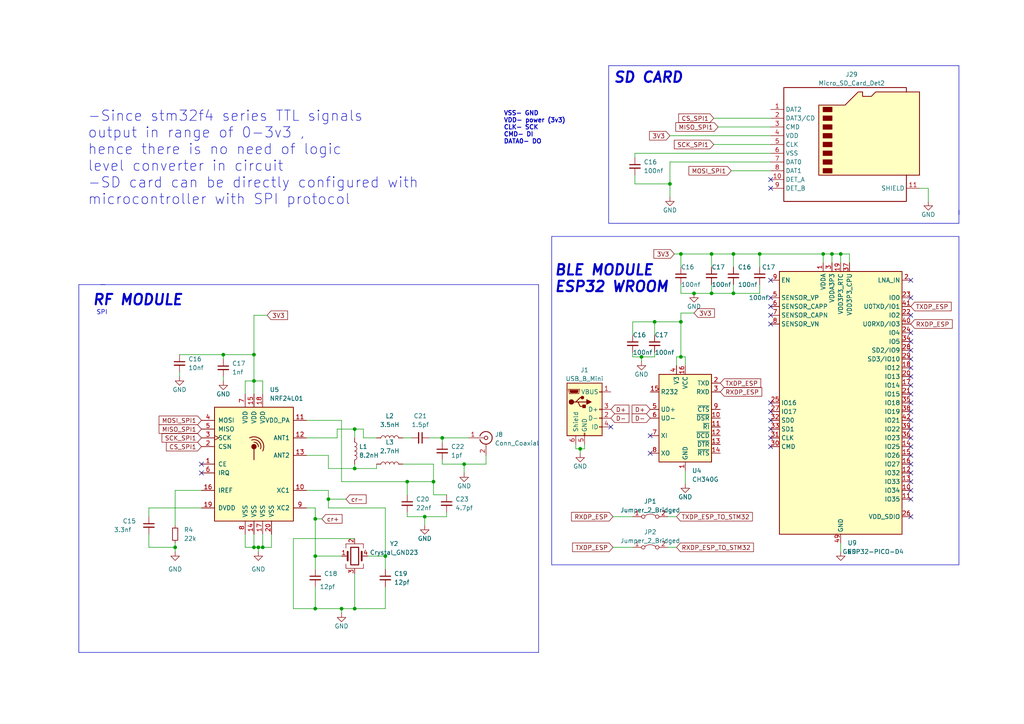
<source format=kicad_sch>
(kicad_sch (version 20230121) (generator eeschema)

  (uuid 432b79b1-c5b5-4908-b2ec-80334aa2e347)

  (paper "A4")

  (lib_symbols
    (symbol "Connector:Conn_Coaxial" (pin_names (offset 1.016) hide) (in_bom yes) (on_board yes)
      (property "Reference" "J" (at 0.254 3.048 0)
        (effects (font (size 1.27 1.27)))
      )
      (property "Value" "Conn_Coaxial" (at 2.921 0 90)
        (effects (font (size 1.27 1.27)))
      )
      (property "Footprint" "" (at 0 0 0)
        (effects (font (size 1.27 1.27)) hide)
      )
      (property "Datasheet" " ~" (at 0 0 0)
        (effects (font (size 1.27 1.27)) hide)
      )
      (property "ki_keywords" "BNC SMA SMB SMC LEMO coaxial connector CINCH RCA" (at 0 0 0)
        (effects (font (size 1.27 1.27)) hide)
      )
      (property "ki_description" "coaxial connector (BNC, SMA, SMB, SMC, Cinch/RCA, LEMO, ...)" (at 0 0 0)
        (effects (font (size 1.27 1.27)) hide)
      )
      (property "ki_fp_filters" "*BNC* *SMA* *SMB* *SMC* *Cinch* *LEMO*" (at 0 0 0)
        (effects (font (size 1.27 1.27)) hide)
      )
      (symbol "Conn_Coaxial_0_1"
        (arc (start -1.778 -0.508) (mid 0.2311 -1.8066) (end 1.778 0)
          (stroke (width 0.254) (type default))
          (fill (type none))
        )
        (polyline
          (pts
            (xy -2.54 0)
            (xy -0.508 0)
          )
          (stroke (width 0) (type default))
          (fill (type none))
        )
        (polyline
          (pts
            (xy 0 -2.54)
            (xy 0 -1.778)
          )
          (stroke (width 0) (type default))
          (fill (type none))
        )
        (circle (center 0 0) (radius 0.508)
          (stroke (width 0.2032) (type default))
          (fill (type none))
        )
        (arc (start 1.778 0) (mid 0.2099 1.8101) (end -1.778 0.508)
          (stroke (width 0.254) (type default))
          (fill (type none))
        )
      )
      (symbol "Conn_Coaxial_1_1"
        (pin passive line (at -5.08 0 0) (length 2.54)
          (name "In" (effects (font (size 1.27 1.27))))
          (number "1" (effects (font (size 1.27 1.27))))
        )
        (pin passive line (at 0 -5.08 90) (length 2.54)
          (name "Ext" (effects (font (size 1.27 1.27))))
          (number "2" (effects (font (size 1.27 1.27))))
        )
      )
    )
    (symbol "Connector:Micro_SD_Card_Det2" (in_bom yes) (on_board yes)
      (property "Reference" "J" (at -16.51 17.78 0)
        (effects (font (size 1.27 1.27)))
      )
      (property "Value" "Micro_SD_Card_Det2" (at 16.51 17.78 0)
        (effects (font (size 1.27 1.27)) (justify right))
      )
      (property "Footprint" "" (at 52.07 17.78 0)
        (effects (font (size 1.27 1.27)) hide)
      )
      (property "Datasheet" "https://www.hirose.com/en/product/document?clcode=&productname=&series=DM3&documenttype=Catalog&lang=en&documentid=D49662_en" (at 2.54 2.54 0)
        (effects (font (size 1.27 1.27)) hide)
      )
      (property "ki_keywords" "connector SD microsd" (at 0 0 0)
        (effects (font (size 1.27 1.27)) hide)
      )
      (property "ki_description" "Micro SD Card Socket with two card detection pins" (at 0 0 0)
        (effects (font (size 1.27 1.27)) hide)
      )
      (property "ki_fp_filters" "microSD*" (at 0 0 0)
        (effects (font (size 1.27 1.27)) hide)
      )
      (symbol "Micro_SD_Card_Det2_0_1"
        (rectangle (start -7.62 -6.985) (end -5.08 -8.255)
          (stroke (width 0.254) (type default))
          (fill (type outline))
        )
        (rectangle (start -7.62 -4.445) (end -5.08 -5.715)
          (stroke (width 0.254) (type default))
          (fill (type outline))
        )
        (rectangle (start -7.62 -1.905) (end -5.08 -3.175)
          (stroke (width 0.254) (type default))
          (fill (type outline))
        )
        (rectangle (start -7.62 0.635) (end -5.08 -0.635)
          (stroke (width 0.254) (type default))
          (fill (type outline))
        )
        (rectangle (start -7.62 3.175) (end -5.08 1.905)
          (stroke (width 0.254) (type default))
          (fill (type outline))
        )
        (rectangle (start -7.62 5.715) (end -5.08 4.445)
          (stroke (width 0.254) (type default))
          (fill (type outline))
        )
        (rectangle (start -7.62 8.255) (end -5.08 6.985)
          (stroke (width 0.254) (type default))
          (fill (type outline))
        )
        (rectangle (start -7.62 10.795) (end -5.08 9.525)
          (stroke (width 0.254) (type default))
          (fill (type outline))
        )
        (polyline
          (pts
            (xy 16.51 15.24)
            (xy 16.51 16.51)
            (xy -19.05 16.51)
            (xy -19.05 -16.51)
            (xy 16.51 -16.51)
            (xy 16.51 -8.89)
          )
          (stroke (width 0.254) (type default))
          (fill (type none))
        )
        (polyline
          (pts
            (xy -8.89 -8.89)
            (xy -8.89 11.43)
            (xy -1.27 11.43)
            (xy 2.54 15.24)
            (xy 3.81 15.24)
            (xy 3.81 13.97)
            (xy 6.35 13.97)
            (xy 7.62 15.24)
            (xy 20.32 15.24)
            (xy 20.32 -8.89)
            (xy -8.89 -8.89)
          )
          (stroke (width 0.254) (type default))
          (fill (type background))
        )
      )
      (symbol "Micro_SD_Card_Det2_1_1"
        (pin bidirectional line (at -22.86 10.16 0) (length 3.81)
          (name "DAT2" (effects (font (size 1.27 1.27))))
          (number "1" (effects (font (size 1.27 1.27))))
        )
        (pin passive line (at -22.86 -10.16 0) (length 3.81)
          (name "DET_A" (effects (font (size 1.27 1.27))))
          (number "10" (effects (font (size 1.27 1.27))))
        )
        (pin passive line (at 20.32 -12.7 180) (length 3.81)
          (name "SHIELD" (effects (font (size 1.27 1.27))))
          (number "11" (effects (font (size 1.27 1.27))))
        )
        (pin bidirectional line (at -22.86 7.62 0) (length 3.81)
          (name "DAT3/CD" (effects (font (size 1.27 1.27))))
          (number "2" (effects (font (size 1.27 1.27))))
        )
        (pin input line (at -22.86 5.08 0) (length 3.81)
          (name "CMD" (effects (font (size 1.27 1.27))))
          (number "3" (effects (font (size 1.27 1.27))))
        )
        (pin power_in line (at -22.86 2.54 0) (length 3.81)
          (name "VDD" (effects (font (size 1.27 1.27))))
          (number "4" (effects (font (size 1.27 1.27))))
        )
        (pin input line (at -22.86 0 0) (length 3.81)
          (name "CLK" (effects (font (size 1.27 1.27))))
          (number "5" (effects (font (size 1.27 1.27))))
        )
        (pin power_in line (at -22.86 -2.54 0) (length 3.81)
          (name "VSS" (effects (font (size 1.27 1.27))))
          (number "6" (effects (font (size 1.27 1.27))))
        )
        (pin bidirectional line (at -22.86 -5.08 0) (length 3.81)
          (name "DAT0" (effects (font (size 1.27 1.27))))
          (number "7" (effects (font (size 1.27 1.27))))
        )
        (pin bidirectional line (at -22.86 -7.62 0) (length 3.81)
          (name "DAT1" (effects (font (size 1.27 1.27))))
          (number "8" (effects (font (size 1.27 1.27))))
        )
        (pin passive line (at -22.86 -12.7 0) (length 3.81)
          (name "DET_B" (effects (font (size 1.27 1.27))))
          (number "9" (effects (font (size 1.27 1.27))))
        )
      )
    )
    (symbol "Connector:USB_B_Mini" (pin_names (offset 1.016)) (in_bom yes) (on_board yes)
      (property "Reference" "J" (at -5.08 11.43 0)
        (effects (font (size 1.27 1.27)) (justify left))
      )
      (property "Value" "USB_B_Mini" (at -5.08 8.89 0)
        (effects (font (size 1.27 1.27)) (justify left))
      )
      (property "Footprint" "" (at 3.81 -1.27 0)
        (effects (font (size 1.27 1.27)) hide)
      )
      (property "Datasheet" "~" (at 3.81 -1.27 0)
        (effects (font (size 1.27 1.27)) hide)
      )
      (property "ki_keywords" "connector USB mini" (at 0 0 0)
        (effects (font (size 1.27 1.27)) hide)
      )
      (property "ki_description" "USB Mini Type B connector" (at 0 0 0)
        (effects (font (size 1.27 1.27)) hide)
      )
      (property "ki_fp_filters" "USB*" (at 0 0 0)
        (effects (font (size 1.27 1.27)) hide)
      )
      (symbol "USB_B_Mini_0_1"
        (rectangle (start -5.08 -7.62) (end 5.08 7.62)
          (stroke (width 0.254) (type default))
          (fill (type background))
        )
        (circle (center -3.81 2.159) (radius 0.635)
          (stroke (width 0.254) (type default))
          (fill (type outline))
        )
        (circle (center -0.635 3.429) (radius 0.381)
          (stroke (width 0.254) (type default))
          (fill (type outline))
        )
        (rectangle (start -0.127 -7.62) (end 0.127 -6.858)
          (stroke (width 0) (type default))
          (fill (type none))
        )
        (polyline
          (pts
            (xy -1.905 2.159)
            (xy 0.635 2.159)
          )
          (stroke (width 0.254) (type default))
          (fill (type none))
        )
        (polyline
          (pts
            (xy -3.175 2.159)
            (xy -2.54 2.159)
            (xy -1.27 3.429)
            (xy -0.635 3.429)
          )
          (stroke (width 0.254) (type default))
          (fill (type none))
        )
        (polyline
          (pts
            (xy -2.54 2.159)
            (xy -1.905 2.159)
            (xy -1.27 0.889)
            (xy 0 0.889)
          )
          (stroke (width 0.254) (type default))
          (fill (type none))
        )
        (polyline
          (pts
            (xy 0.635 2.794)
            (xy 0.635 1.524)
            (xy 1.905 2.159)
            (xy 0.635 2.794)
          )
          (stroke (width 0.254) (type default))
          (fill (type outline))
        )
        (polyline
          (pts
            (xy -4.318 5.588)
            (xy -1.778 5.588)
            (xy -2.032 4.826)
            (xy -4.064 4.826)
            (xy -4.318 5.588)
          )
          (stroke (width 0) (type default))
          (fill (type outline))
        )
        (polyline
          (pts
            (xy -4.699 5.842)
            (xy -4.699 5.588)
            (xy -4.445 4.826)
            (xy -4.445 4.572)
            (xy -1.651 4.572)
            (xy -1.651 4.826)
            (xy -1.397 5.588)
            (xy -1.397 5.842)
            (xy -4.699 5.842)
          )
          (stroke (width 0) (type default))
          (fill (type none))
        )
        (rectangle (start 0.254 1.27) (end -0.508 0.508)
          (stroke (width 0.254) (type default))
          (fill (type outline))
        )
        (rectangle (start 5.08 -5.207) (end 4.318 -4.953)
          (stroke (width 0) (type default))
          (fill (type none))
        )
        (rectangle (start 5.08 -2.667) (end 4.318 -2.413)
          (stroke (width 0) (type default))
          (fill (type none))
        )
        (rectangle (start 5.08 -0.127) (end 4.318 0.127)
          (stroke (width 0) (type default))
          (fill (type none))
        )
        (rectangle (start 5.08 4.953) (end 4.318 5.207)
          (stroke (width 0) (type default))
          (fill (type none))
        )
      )
      (symbol "USB_B_Mini_1_1"
        (pin power_out line (at 7.62 5.08 180) (length 2.54)
          (name "VBUS" (effects (font (size 1.27 1.27))))
          (number "1" (effects (font (size 1.27 1.27))))
        )
        (pin bidirectional line (at 7.62 -2.54 180) (length 2.54)
          (name "D-" (effects (font (size 1.27 1.27))))
          (number "2" (effects (font (size 1.27 1.27))))
        )
        (pin bidirectional line (at 7.62 0 180) (length 2.54)
          (name "D+" (effects (font (size 1.27 1.27))))
          (number "3" (effects (font (size 1.27 1.27))))
        )
        (pin passive line (at 7.62 -5.08 180) (length 2.54)
          (name "ID" (effects (font (size 1.27 1.27))))
          (number "4" (effects (font (size 1.27 1.27))))
        )
        (pin power_out line (at 0 -10.16 90) (length 2.54)
          (name "GND" (effects (font (size 1.27 1.27))))
          (number "5" (effects (font (size 1.27 1.27))))
        )
        (pin passive line (at -2.54 -10.16 90) (length 2.54)
          (name "Shield" (effects (font (size 1.27 1.27))))
          (number "6" (effects (font (size 1.27 1.27))))
        )
      )
    )
    (symbol "Device:C_Small" (pin_numbers hide) (pin_names (offset 0.254) hide) (in_bom yes) (on_board yes)
      (property "Reference" "C" (at 0.254 1.778 0)
        (effects (font (size 1.27 1.27)) (justify left))
      )
      (property "Value" "C_Small" (at 0.254 -2.032 0)
        (effects (font (size 1.27 1.27)) (justify left))
      )
      (property "Footprint" "" (at 0 0 0)
        (effects (font (size 1.27 1.27)) hide)
      )
      (property "Datasheet" "~" (at 0 0 0)
        (effects (font (size 1.27 1.27)) hide)
      )
      (property "ki_keywords" "capacitor cap" (at 0 0 0)
        (effects (font (size 1.27 1.27)) hide)
      )
      (property "ki_description" "Unpolarized capacitor, small symbol" (at 0 0 0)
        (effects (font (size 1.27 1.27)) hide)
      )
      (property "ki_fp_filters" "C_*" (at 0 0 0)
        (effects (font (size 1.27 1.27)) hide)
      )
      (symbol "C_Small_0_1"
        (polyline
          (pts
            (xy -1.524 -0.508)
            (xy 1.524 -0.508)
          )
          (stroke (width 0.3302) (type default))
          (fill (type none))
        )
        (polyline
          (pts
            (xy -1.524 0.508)
            (xy 1.524 0.508)
          )
          (stroke (width 0.3048) (type default))
          (fill (type none))
        )
      )
      (symbol "C_Small_1_1"
        (pin passive line (at 0 2.54 270) (length 2.032)
          (name "~" (effects (font (size 1.27 1.27))))
          (number "1" (effects (font (size 1.27 1.27))))
        )
        (pin passive line (at 0 -2.54 90) (length 2.032)
          (name "~" (effects (font (size 1.27 1.27))))
          (number "2" (effects (font (size 1.27 1.27))))
        )
      )
    )
    (symbol "Device:Crystal_GND23" (pin_names (offset 1.016) hide) (in_bom yes) (on_board yes)
      (property "Reference" "Y" (at 3.175 5.08 0)
        (effects (font (size 1.27 1.27)) (justify left))
      )
      (property "Value" "Crystal_GND23" (at 3.175 3.175 0)
        (effects (font (size 1.27 1.27)) (justify left))
      )
      (property "Footprint" "" (at 0 0 0)
        (effects (font (size 1.27 1.27)) hide)
      )
      (property "Datasheet" "~" (at 0 0 0)
        (effects (font (size 1.27 1.27)) hide)
      )
      (property "ki_keywords" "quartz ceramic resonator oscillator" (at 0 0 0)
        (effects (font (size 1.27 1.27)) hide)
      )
      (property "ki_description" "Four pin crystal, GND on pins 2 and 3" (at 0 0 0)
        (effects (font (size 1.27 1.27)) hide)
      )
      (property "ki_fp_filters" "Crystal*" (at 0 0 0)
        (effects (font (size 1.27 1.27)) hide)
      )
      (symbol "Crystal_GND23_0_1"
        (rectangle (start -1.143 2.54) (end 1.143 -2.54)
          (stroke (width 0.3048) (type default))
          (fill (type none))
        )
        (polyline
          (pts
            (xy -2.54 0)
            (xy -2.032 0)
          )
          (stroke (width 0) (type default))
          (fill (type none))
        )
        (polyline
          (pts
            (xy -2.032 -1.27)
            (xy -2.032 1.27)
          )
          (stroke (width 0.508) (type default))
          (fill (type none))
        )
        (polyline
          (pts
            (xy 0 -3.81)
            (xy 0 -3.556)
          )
          (stroke (width 0) (type default))
          (fill (type none))
        )
        (polyline
          (pts
            (xy 0 3.556)
            (xy 0 3.81)
          )
          (stroke (width 0) (type default))
          (fill (type none))
        )
        (polyline
          (pts
            (xy 2.032 -1.27)
            (xy 2.032 1.27)
          )
          (stroke (width 0.508) (type default))
          (fill (type none))
        )
        (polyline
          (pts
            (xy 2.032 0)
            (xy 2.54 0)
          )
          (stroke (width 0) (type default))
          (fill (type none))
        )
        (polyline
          (pts
            (xy -2.54 -2.286)
            (xy -2.54 -3.556)
            (xy 2.54 -3.556)
            (xy 2.54 -2.286)
          )
          (stroke (width 0) (type default))
          (fill (type none))
        )
        (polyline
          (pts
            (xy -2.54 2.286)
            (xy -2.54 3.556)
            (xy 2.54 3.556)
            (xy 2.54 2.286)
          )
          (stroke (width 0) (type default))
          (fill (type none))
        )
      )
      (symbol "Crystal_GND23_1_1"
        (pin passive line (at -3.81 0 0) (length 1.27)
          (name "1" (effects (font (size 1.27 1.27))))
          (number "1" (effects (font (size 1.27 1.27))))
        )
        (pin passive line (at 0 5.08 270) (length 1.27)
          (name "2" (effects (font (size 1.27 1.27))))
          (number "2" (effects (font (size 1.27 1.27))))
        )
        (pin passive line (at 0 -5.08 90) (length 1.27)
          (name "3" (effects (font (size 1.27 1.27))))
          (number "3" (effects (font (size 1.27 1.27))))
        )
        (pin passive line (at 3.81 0 180) (length 1.27)
          (name "4" (effects (font (size 1.27 1.27))))
          (number "4" (effects (font (size 1.27 1.27))))
        )
      )
    )
    (symbol "Device:L" (pin_numbers hide) (pin_names (offset 1.016) hide) (in_bom yes) (on_board yes)
      (property "Reference" "L" (at -1.27 0 90)
        (effects (font (size 1.27 1.27)))
      )
      (property "Value" "L" (at 1.905 0 90)
        (effects (font (size 1.27 1.27)))
      )
      (property "Footprint" "" (at 0 0 0)
        (effects (font (size 1.27 1.27)) hide)
      )
      (property "Datasheet" "~" (at 0 0 0)
        (effects (font (size 1.27 1.27)) hide)
      )
      (property "ki_keywords" "inductor choke coil reactor magnetic" (at 0 0 0)
        (effects (font (size 1.27 1.27)) hide)
      )
      (property "ki_description" "Inductor" (at 0 0 0)
        (effects (font (size 1.27 1.27)) hide)
      )
      (property "ki_fp_filters" "Choke_* *Coil* Inductor_* L_*" (at 0 0 0)
        (effects (font (size 1.27 1.27)) hide)
      )
      (symbol "L_0_1"
        (arc (start 0 -2.54) (mid 0.6323 -1.905) (end 0 -1.27)
          (stroke (width 0) (type default))
          (fill (type none))
        )
        (arc (start 0 -1.27) (mid 0.6323 -0.635) (end 0 0)
          (stroke (width 0) (type default))
          (fill (type none))
        )
        (arc (start 0 0) (mid 0.6323 0.635) (end 0 1.27)
          (stroke (width 0) (type default))
          (fill (type none))
        )
        (arc (start 0 1.27) (mid 0.6323 1.905) (end 0 2.54)
          (stroke (width 0) (type default))
          (fill (type none))
        )
      )
      (symbol "L_1_1"
        (pin passive line (at 0 3.81 270) (length 1.27)
          (name "1" (effects (font (size 1.27 1.27))))
          (number "1" (effects (font (size 1.27 1.27))))
        )
        (pin passive line (at 0 -3.81 90) (length 1.27)
          (name "2" (effects (font (size 1.27 1.27))))
          (number "2" (effects (font (size 1.27 1.27))))
        )
      )
    )
    (symbol "Device:R_Small" (pin_numbers hide) (pin_names (offset 0.254) hide) (in_bom yes) (on_board yes)
      (property "Reference" "R" (at 0.762 0.508 0)
        (effects (font (size 1.27 1.27)) (justify left))
      )
      (property "Value" "R_Small" (at 0.762 -1.016 0)
        (effects (font (size 1.27 1.27)) (justify left))
      )
      (property "Footprint" "" (at 0 0 0)
        (effects (font (size 1.27 1.27)) hide)
      )
      (property "Datasheet" "~" (at 0 0 0)
        (effects (font (size 1.27 1.27)) hide)
      )
      (property "ki_keywords" "R resistor" (at 0 0 0)
        (effects (font (size 1.27 1.27)) hide)
      )
      (property "ki_description" "Resistor, small symbol" (at 0 0 0)
        (effects (font (size 1.27 1.27)) hide)
      )
      (property "ki_fp_filters" "R_*" (at 0 0 0)
        (effects (font (size 1.27 1.27)) hide)
      )
      (symbol "R_Small_0_1"
        (rectangle (start -0.762 1.778) (end 0.762 -1.778)
          (stroke (width 0.2032) (type default))
          (fill (type none))
        )
      )
      (symbol "R_Small_1_1"
        (pin passive line (at 0 2.54 270) (length 0.762)
          (name "~" (effects (font (size 1.27 1.27))))
          (number "1" (effects (font (size 1.27 1.27))))
        )
        (pin passive line (at 0 -2.54 90) (length 0.762)
          (name "~" (effects (font (size 1.27 1.27))))
          (number "2" (effects (font (size 1.27 1.27))))
        )
      )
    )
    (symbol "Interface_USB:CH340G" (in_bom yes) (on_board yes)
      (property "Reference" "U" (at -5.08 13.97 0)
        (effects (font (size 1.27 1.27)) (justify right))
      )
      (property "Value" "CH340G" (at 1.27 13.97 0)
        (effects (font (size 1.27 1.27)) (justify left))
      )
      (property "Footprint" "Package_SO:SOIC-16_3.9x9.9mm_P1.27mm" (at 1.27 -13.97 0)
        (effects (font (size 1.27 1.27)) (justify left) hide)
      )
      (property "Datasheet" "http://www.datasheet5.com/pdf-local-2195953" (at -8.89 20.32 0)
        (effects (font (size 1.27 1.27)) hide)
      )
      (property "ki_keywords" "USB UART Serial Converter Interface" (at 0 0 0)
        (effects (font (size 1.27 1.27)) hide)
      )
      (property "ki_description" "USB serial converter, UART, SOIC-16" (at 0 0 0)
        (effects (font (size 1.27 1.27)) hide)
      )
      (property "ki_fp_filters" "SOIC*3.9x9.9mm*P1.27mm*" (at 0 0 0)
        (effects (font (size 1.27 1.27)) hide)
      )
      (symbol "CH340G_0_1"
        (rectangle (start -7.62 12.7) (end 7.62 -12.7)
          (stroke (width 0.254) (type default))
          (fill (type background))
        )
      )
      (symbol "CH340G_1_1"
        (pin power_in line (at 0 -15.24 90) (length 2.54)
          (name "GND" (effects (font (size 1.27 1.27))))
          (number "1" (effects (font (size 1.27 1.27))))
        )
        (pin input line (at 10.16 0 180) (length 2.54)
          (name "~{DSR}" (effects (font (size 1.27 1.27))))
          (number "10" (effects (font (size 1.27 1.27))))
        )
        (pin input line (at 10.16 -2.54 180) (length 2.54)
          (name "~{RI}" (effects (font (size 1.27 1.27))))
          (number "11" (effects (font (size 1.27 1.27))))
        )
        (pin input line (at 10.16 -5.08 180) (length 2.54)
          (name "~{DCD}" (effects (font (size 1.27 1.27))))
          (number "12" (effects (font (size 1.27 1.27))))
        )
        (pin output line (at 10.16 -7.62 180) (length 2.54)
          (name "~{DTR}" (effects (font (size 1.27 1.27))))
          (number "13" (effects (font (size 1.27 1.27))))
        )
        (pin output line (at 10.16 -10.16 180) (length 2.54)
          (name "~{RTS}" (effects (font (size 1.27 1.27))))
          (number "14" (effects (font (size 1.27 1.27))))
        )
        (pin input line (at -10.16 7.62 0) (length 2.54)
          (name "R232" (effects (font (size 1.27 1.27))))
          (number "15" (effects (font (size 1.27 1.27))))
        )
        (pin power_in line (at 0 15.24 270) (length 2.54)
          (name "VCC" (effects (font (size 1.27 1.27))))
          (number "16" (effects (font (size 1.27 1.27))))
        )
        (pin output line (at 10.16 10.16 180) (length 2.54)
          (name "TXD" (effects (font (size 1.27 1.27))))
          (number "2" (effects (font (size 1.27 1.27))))
        )
        (pin input line (at 10.16 7.62 180) (length 2.54)
          (name "RXD" (effects (font (size 1.27 1.27))))
          (number "3" (effects (font (size 1.27 1.27))))
        )
        (pin passive line (at -2.54 15.24 270) (length 2.54)
          (name "V3" (effects (font (size 1.27 1.27))))
          (number "4" (effects (font (size 1.27 1.27))))
        )
        (pin bidirectional line (at -10.16 2.54 0) (length 2.54)
          (name "UD+" (effects (font (size 1.27 1.27))))
          (number "5" (effects (font (size 1.27 1.27))))
        )
        (pin bidirectional line (at -10.16 0 0) (length 2.54)
          (name "UD-" (effects (font (size 1.27 1.27))))
          (number "6" (effects (font (size 1.27 1.27))))
        )
        (pin input line (at -10.16 -5.08 0) (length 2.54)
          (name "XI" (effects (font (size 1.27 1.27))))
          (number "7" (effects (font (size 1.27 1.27))))
        )
        (pin output line (at -10.16 -10.16 0) (length 2.54)
          (name "XO" (effects (font (size 1.27 1.27))))
          (number "8" (effects (font (size 1.27 1.27))))
        )
        (pin input line (at 10.16 2.54 180) (length 2.54)
          (name "~{CTS}" (effects (font (size 1.27 1.27))))
          (number "9" (effects (font (size 1.27 1.27))))
        )
      )
    )
    (symbol "Jumper:Jumper_2_Bridged" (pin_names (offset 0) hide) (in_bom yes) (on_board yes)
      (property "Reference" "JP" (at 0 1.905 0)
        (effects (font (size 1.27 1.27)))
      )
      (property "Value" "Jumper_2_Bridged" (at 0 -2.54 0)
        (effects (font (size 1.27 1.27)))
      )
      (property "Footprint" "" (at 0 0 0)
        (effects (font (size 1.27 1.27)) hide)
      )
      (property "Datasheet" "~" (at 0 0 0)
        (effects (font (size 1.27 1.27)) hide)
      )
      (property "ki_keywords" "Jumper SPST" (at 0 0 0)
        (effects (font (size 1.27 1.27)) hide)
      )
      (property "ki_description" "Jumper, 2-pole, closed/bridged" (at 0 0 0)
        (effects (font (size 1.27 1.27)) hide)
      )
      (property "ki_fp_filters" "Jumper* TestPoint*2Pads* TestPoint*Bridge*" (at 0 0 0)
        (effects (font (size 1.27 1.27)) hide)
      )
      (symbol "Jumper_2_Bridged_0_0"
        (circle (center -2.032 0) (radius 0.508)
          (stroke (width 0) (type default))
          (fill (type none))
        )
        (circle (center 2.032 0) (radius 0.508)
          (stroke (width 0) (type default))
          (fill (type none))
        )
      )
      (symbol "Jumper_2_Bridged_0_1"
        (arc (start 1.524 0.254) (mid 0 0.762) (end -1.524 0.254)
          (stroke (width 0) (type default))
          (fill (type none))
        )
      )
      (symbol "Jumper_2_Bridged_1_1"
        (pin passive line (at -5.08 0 0) (length 2.54)
          (name "A" (effects (font (size 1.27 1.27))))
          (number "1" (effects (font (size 1.27 1.27))))
        )
        (pin passive line (at 5.08 0 180) (length 2.54)
          (name "B" (effects (font (size 1.27 1.27))))
          (number "2" (effects (font (size 1.27 1.27))))
        )
      )
    )
    (symbol "RF:NRF24L01" (pin_names (offset 1.016)) (in_bom yes) (on_board yes)
      (property "Reference" "U" (at -11.43 17.78 0)
        (effects (font (size 1.27 1.27)) (justify left))
      )
      (property "Value" "NRF24L01" (at 5.08 17.78 0)
        (effects (font (size 1.27 1.27)) (justify left))
      )
      (property "Footprint" "Package_DFN_QFN:QFN-20-1EP_4x4mm_P0.5mm_EP2.5x2.5mm" (at 5.08 20.32 0)
        (effects (font (size 1.27 1.27) italic) (justify left) hide)
      )
      (property "Datasheet" "http://www.nordicsemi.com/eng/content/download/2730/34105/file/nRF24L01_Product_Specification_v2_0.pdf" (at 0 2.54 0)
        (effects (font (size 1.27 1.27)) hide)
      )
      (property "ki_keywords" "Low Power RF Transciever" (at 0 0 0)
        (effects (font (size 1.27 1.27)) hide)
      )
      (property "ki_description" "Ultra low power 2.4GHz RF Transceiver, QFN-20" (at 0 0 0)
        (effects (font (size 1.27 1.27)) hide)
      )
      (property "ki_fp_filters" "QFN*4x4*0.5mm*" (at 0 0 0)
        (effects (font (size 1.27 1.27)) hide)
      )
      (symbol "NRF24L01_0_1"
        (rectangle (start -11.43 16.51) (end 11.43 -16.51)
          (stroke (width 0.254) (type default))
          (fill (type background))
        )
        (polyline
          (pts
            (xy 0 4.445)
            (xy 0 1.27)
          )
          (stroke (width 0.254) (type default))
          (fill (type none))
        )
        (circle (center 0 5.08) (radius 0.635)
          (stroke (width 0.254) (type default))
          (fill (type outline))
        )
        (arc (start 1.27 5.08) (mid 0.9071 5.9946) (end 0 6.35)
          (stroke (width 0.254) (type default))
          (fill (type none))
        )
        (arc (start 1.905 4.445) (mid 1.4313 6.5254) (end -0.635 6.985)
          (stroke (width 0.254) (type default))
          (fill (type none))
        )
        (arc (start 2.54 3.81) (mid 2.008 7.088) (end -1.27 7.62)
          (stroke (width 0.254) (type default))
          (fill (type none))
        )
        (rectangle (start 11.43 -13.97) (end 11.43 -13.97)
          (stroke (width 0) (type default))
          (fill (type none))
        )
      )
      (symbol "NRF24L01_1_1"
        (pin input line (at -15.24 0 0) (length 3.81)
          (name "CE" (effects (font (size 1.27 1.27))))
          (number "1" (effects (font (size 1.27 1.27))))
        )
        (pin passive line (at 15.24 -7.62 180) (length 3.81)
          (name "XC1" (effects (font (size 1.27 1.27))))
          (number "10" (effects (font (size 1.27 1.27))))
        )
        (pin power_out line (at 15.24 12.7 180) (length 3.81)
          (name "VDD_PA" (effects (font (size 1.27 1.27))))
          (number "11" (effects (font (size 1.27 1.27))))
        )
        (pin passive line (at 15.24 7.62 180) (length 3.81)
          (name "ANT1" (effects (font (size 1.27 1.27))))
          (number "12" (effects (font (size 1.27 1.27))))
        )
        (pin passive line (at 15.24 2.54 180) (length 3.81)
          (name "ANT2" (effects (font (size 1.27 1.27))))
          (number "13" (effects (font (size 1.27 1.27))))
        )
        (pin power_in line (at 0 -20.32 90) (length 3.81)
          (name "VSS" (effects (font (size 1.27 1.27))))
          (number "14" (effects (font (size 1.27 1.27))))
        )
        (pin power_in line (at 0 20.32 270) (length 3.81)
          (name "VDD" (effects (font (size 1.27 1.27))))
          (number "15" (effects (font (size 1.27 1.27))))
        )
        (pin passive line (at -15.24 -7.62 0) (length 3.81)
          (name "IREF" (effects (font (size 1.27 1.27))))
          (number "16" (effects (font (size 1.27 1.27))))
        )
        (pin power_in line (at 2.54 -20.32 90) (length 3.81)
          (name "VSS" (effects (font (size 1.27 1.27))))
          (number "17" (effects (font (size 1.27 1.27))))
        )
        (pin power_in line (at 2.54 20.32 270) (length 3.81)
          (name "VDD" (effects (font (size 1.27 1.27))))
          (number "18" (effects (font (size 1.27 1.27))))
        )
        (pin power_out line (at -15.24 -12.7 0) (length 3.81)
          (name "DVDD" (effects (font (size 1.27 1.27))))
          (number "19" (effects (font (size 1.27 1.27))))
        )
        (pin input line (at -15.24 5.08 0) (length 3.81)
          (name "CSN" (effects (font (size 1.27 1.27))))
          (number "2" (effects (font (size 1.27 1.27))))
        )
        (pin power_in line (at 5.08 -20.32 90) (length 3.81)
          (name "VSS" (effects (font (size 1.27 1.27))))
          (number "20" (effects (font (size 1.27 1.27))))
        )
        (pin input clock (at -15.24 7.62 0) (length 3.81)
          (name "SCK" (effects (font (size 1.27 1.27))))
          (number "3" (effects (font (size 1.27 1.27))))
        )
        (pin input line (at -15.24 12.7 0) (length 3.81)
          (name "MOSI" (effects (font (size 1.27 1.27))))
          (number "4" (effects (font (size 1.27 1.27))))
        )
        (pin output line (at -15.24 10.16 0) (length 3.81)
          (name "MISO" (effects (font (size 1.27 1.27))))
          (number "5" (effects (font (size 1.27 1.27))))
        )
        (pin output line (at -15.24 -2.54 0) (length 3.81)
          (name "IRQ" (effects (font (size 1.27 1.27))))
          (number "6" (effects (font (size 1.27 1.27))))
        )
        (pin power_in line (at -2.54 20.32 270) (length 3.81)
          (name "VDD" (effects (font (size 1.27 1.27))))
          (number "7" (effects (font (size 1.27 1.27))))
        )
        (pin power_in line (at -2.54 -20.32 90) (length 3.81)
          (name "VSS" (effects (font (size 1.27 1.27))))
          (number "8" (effects (font (size 1.27 1.27))))
        )
        (pin passive line (at 15.24 -12.7 180) (length 3.81)
          (name "XC2" (effects (font (size 1.27 1.27))))
          (number "9" (effects (font (size 1.27 1.27))))
        )
      )
    )
    (symbol "RF_Module:ESP32-PICO-D4" (in_bom yes) (on_board yes)
      (property "Reference" "U" (at -17.78 39.37 0)
        (effects (font (size 1.27 1.27)) (justify left))
      )
      (property "Value" "ESP32-PICO-D4" (at 3.81 39.37 0)
        (effects (font (size 1.27 1.27)) (justify left))
      )
      (property "Footprint" "Package_DFN_QFN:QFN-48-1EP_7x7mm_P0.5mm_EP5.3x5.3mm" (at 0 -43.18 0)
        (effects (font (size 1.27 1.27)) hide)
      )
      (property "Datasheet" "https://www.espressif.com/sites/default/files/documentation/esp32-pico-d4_datasheet_en.pdf" (at 6.35 -25.4 0)
        (effects (font (size 1.27 1.27)) hide)
      )
      (property "ki_keywords" "RF Radio BT ESP ESP32 Espressif external antenna" (at 0 0 0)
        (effects (font (size 1.27 1.27)) hide)
      )
      (property "ki_description" "RF Module, ESP32 SoC, Wi-Fi 802.11b/g/n, Bluetooth, BLE, 32-bit, 2.7-3.6V, external antenna, QFN-48" (at 0 0 0)
        (effects (font (size 1.27 1.27)) hide)
      )
      (property "ki_fp_filters" "QFN*1EP*7x7mm*P0.5mm*" (at 0 0 0)
        (effects (font (size 1.27 1.27)) hide)
      )
      (symbol "ESP32-PICO-D4_0_0"
        (pin power_in line (at -5.08 40.64 270) (length 2.54)
          (name "VDDA" (effects (font (size 1.27 1.27))))
          (number "1" (effects (font (size 1.27 1.27))))
        )
        (pin input line (at 20.32 -25.4 180) (length 2.54)
          (name "IO34" (effects (font (size 1.27 1.27))))
          (number "10" (effects (font (size 1.27 1.27))))
        )
        (pin input line (at 20.32 -27.94 180) (length 2.54)
          (name "IO35" (effects (font (size 1.27 1.27))))
          (number "11" (effects (font (size 1.27 1.27))))
        )
        (pin bidirectional line (at 20.32 -20.32 180) (length 2.54)
          (name "IO32" (effects (font (size 1.27 1.27))))
          (number "12" (effects (font (size 1.27 1.27))))
        )
        (pin bidirectional line (at 20.32 -22.86 180) (length 2.54)
          (name "IO33" (effects (font (size 1.27 1.27))))
          (number "13" (effects (font (size 1.27 1.27))))
        )
        (pin bidirectional line (at 20.32 -12.7 180) (length 2.54)
          (name "IO25" (effects (font (size 1.27 1.27))))
          (number "14" (effects (font (size 1.27 1.27))))
        )
        (pin bidirectional line (at 20.32 -15.24 180) (length 2.54)
          (name "IO26" (effects (font (size 1.27 1.27))))
          (number "15" (effects (font (size 1.27 1.27))))
        )
        (pin bidirectional line (at 20.32 -17.78 180) (length 2.54)
          (name "IO27" (effects (font (size 1.27 1.27))))
          (number "16" (effects (font (size 1.27 1.27))))
        )
        (pin bidirectional line (at 20.32 5.08 180) (length 2.54)
          (name "IO14" (effects (font (size 1.27 1.27))))
          (number "17" (effects (font (size 1.27 1.27))))
        )
        (pin bidirectional line (at 20.32 10.16 180) (length 2.54)
          (name "IO12" (effects (font (size 1.27 1.27))))
          (number "18" (effects (font (size 1.27 1.27))))
        )
        (pin power_in line (at 0 40.64 270) (length 2.54)
          (name "VDD3P3_RTC" (effects (font (size 1.27 1.27))))
          (number "19" (effects (font (size 1.27 1.27))))
        )
        (pin bidirectional line (at 20.32 35.56 180) (length 2.54)
          (name "LNA_IN" (effects (font (size 1.27 1.27))))
          (number "2" (effects (font (size 1.27 1.27))))
        )
        (pin bidirectional line (at 20.32 7.62 180) (length 2.54)
          (name "IO13" (effects (font (size 1.27 1.27))))
          (number "20" (effects (font (size 1.27 1.27))))
        )
        (pin bidirectional line (at 20.32 2.54 180) (length 2.54)
          (name "IO15" (effects (font (size 1.27 1.27))))
          (number "21" (effects (font (size 1.27 1.27))))
        )
        (pin bidirectional line (at 20.32 25.4 180) (length 2.54)
          (name "IO2" (effects (font (size 1.27 1.27))))
          (number "22" (effects (font (size 1.27 1.27))))
        )
        (pin bidirectional line (at 20.32 30.48 180) (length 2.54)
          (name "IO0" (effects (font (size 1.27 1.27))))
          (number "23" (effects (font (size 1.27 1.27))))
        )
        (pin bidirectional line (at 20.32 20.32 180) (length 2.54)
          (name "IO4" (effects (font (size 1.27 1.27))))
          (number "24" (effects (font (size 1.27 1.27))))
        )
        (pin bidirectional line (at -20.32 0 0) (length 2.54)
          (name "IO16" (effects (font (size 1.27 1.27))))
          (number "25" (effects (font (size 1.27 1.27))))
        )
        (pin power_out line (at 20.32 -33.02 180) (length 2.54)
          (name "VDD_SDIO" (effects (font (size 1.27 1.27))))
          (number "26" (effects (font (size 1.27 1.27))))
        )
        (pin bidirectional line (at -20.32 -2.54 0) (length 2.54)
          (name "IO17" (effects (font (size 1.27 1.27))))
          (number "27" (effects (font (size 1.27 1.27))))
        )
        (pin bidirectional line (at 20.32 15.24 180) (length 2.54)
          (name "SD2/IO9" (effects (font (size 1.27 1.27))))
          (number "28" (effects (font (size 1.27 1.27))))
        )
        (pin bidirectional line (at 20.32 12.7 180) (length 2.54)
          (name "SD3/IO10" (effects (font (size 1.27 1.27))))
          (number "29" (effects (font (size 1.27 1.27))))
        )
        (pin power_in line (at -2.54 40.64 270) (length 2.54)
          (name "VDDA3P3" (effects (font (size 1.27 1.27))))
          (number "3" (effects (font (size 1.27 1.27))))
        )
        (pin bidirectional line (at -20.32 -12.7 0) (length 2.54)
          (name "CMD" (effects (font (size 1.27 1.27))))
          (number "30" (effects (font (size 1.27 1.27))))
        )
        (pin bidirectional line (at -20.32 -10.16 0) (length 2.54)
          (name "CLK" (effects (font (size 1.27 1.27))))
          (number "31" (effects (font (size 1.27 1.27))))
        )
        (pin bidirectional line (at -20.32 -5.08 0) (length 2.54)
          (name "SD0" (effects (font (size 1.27 1.27))))
          (number "32" (effects (font (size 1.27 1.27))))
        )
        (pin bidirectional line (at -20.32 -7.62 0) (length 2.54)
          (name "SD1" (effects (font (size 1.27 1.27))))
          (number "33" (effects (font (size 1.27 1.27))))
        )
        (pin bidirectional line (at 20.32 17.78 180) (length 2.54)
          (name "IO5" (effects (font (size 1.27 1.27))))
          (number "34" (effects (font (size 1.27 1.27))))
        )
        (pin bidirectional line (at 20.32 0 180) (length 2.54)
          (name "IO18" (effects (font (size 1.27 1.27))))
          (number "35" (effects (font (size 1.27 1.27))))
        )
        (pin bidirectional line (at 20.32 -10.16 180) (length 2.54)
          (name "IO23" (effects (font (size 1.27 1.27))))
          (number "36" (effects (font (size 1.27 1.27))))
        )
        (pin power_in line (at 2.54 40.64 270) (length 2.54)
          (name "VDD3P3_CPU" (effects (font (size 1.27 1.27))))
          (number "37" (effects (font (size 1.27 1.27))))
        )
        (pin bidirectional line (at 20.32 -2.54 180) (length 2.54)
          (name "IO19" (effects (font (size 1.27 1.27))))
          (number "38" (effects (font (size 1.27 1.27))))
        )
        (pin bidirectional line (at 20.32 -7.62 180) (length 2.54)
          (name "IO22" (effects (font (size 1.27 1.27))))
          (number "39" (effects (font (size 1.27 1.27))))
        )
        (pin passive line (at -2.54 40.64 270) (length 2.54) hide
          (name "VDDA3P3" (effects (font (size 1.27 1.27))))
          (number "4" (effects (font (size 1.27 1.27))))
        )
        (pin bidirectional line (at 20.32 22.86 180) (length 2.54)
          (name "U0RXD/IO3" (effects (font (size 1.27 1.27))))
          (number "40" (effects (font (size 1.27 1.27))))
        )
        (pin bidirectional line (at 20.32 27.94 180) (length 2.54)
          (name "U0TXD/IO1" (effects (font (size 1.27 1.27))))
          (number "41" (effects (font (size 1.27 1.27))))
        )
        (pin bidirectional line (at 20.32 -5.08 180) (length 2.54)
          (name "IO21" (effects (font (size 1.27 1.27))))
          (number "42" (effects (font (size 1.27 1.27))))
        )
        (pin passive line (at -5.08 40.64 270) (length 2.54) hide
          (name "VDDA" (effects (font (size 1.27 1.27))))
          (number "43" (effects (font (size 1.27 1.27))))
        )
        (pin no_connect line (at -17.78 -25.4 0) (length 2.54) hide
          (name "XTAL_N_NC" (effects (font (size 1.27 1.27))))
          (number "44" (effects (font (size 1.27 1.27))))
        )
        (pin no_connect line (at -17.78 -27.94 0) (length 2.54) hide
          (name "XTAL_P_NC" (effects (font (size 1.27 1.27))))
          (number "45" (effects (font (size 1.27 1.27))))
        )
        (pin passive line (at -5.08 40.64 270) (length 2.54) hide
          (name "VDDA" (effects (font (size 1.27 1.27))))
          (number "46" (effects (font (size 1.27 1.27))))
        )
        (pin no_connect line (at -17.78 -30.48 0) (length 2.54) hide
          (name "CAP2_NC" (effects (font (size 1.27 1.27))))
          (number "47" (effects (font (size 1.27 1.27))))
        )
        (pin no_connect line (at -17.78 -33.02 0) (length 2.54) hide
          (name "CAP1_NC" (effects (font (size 1.27 1.27))))
          (number "48" (effects (font (size 1.27 1.27))))
        )
        (pin power_in line (at 0 -40.64 90) (length 2.54)
          (name "GND" (effects (font (size 1.27 1.27))))
          (number "49" (effects (font (size 1.27 1.27))))
        )
        (pin input line (at -20.32 30.48 0) (length 2.54)
          (name "SENSOR_VP" (effects (font (size 1.27 1.27))))
          (number "5" (effects (font (size 1.27 1.27))))
        )
        (pin input line (at -20.32 27.94 0) (length 2.54)
          (name "SENSOR_CAPP" (effects (font (size 1.27 1.27))))
          (number "6" (effects (font (size 1.27 1.27))))
        )
        (pin input line (at -20.32 25.4 0) (length 2.54)
          (name "SENSOR_CAPN" (effects (font (size 1.27 1.27))))
          (number "7" (effects (font (size 1.27 1.27))))
        )
        (pin input line (at -20.32 22.86 0) (length 2.54)
          (name "SENSOR_VN" (effects (font (size 1.27 1.27))))
          (number "8" (effects (font (size 1.27 1.27))))
        )
        (pin input line (at -20.32 35.56 0) (length 2.54)
          (name "EN" (effects (font (size 1.27 1.27))))
          (number "9" (effects (font (size 1.27 1.27))))
        )
      )
      (symbol "ESP32-PICO-D4_0_1"
        (rectangle (start -17.78 38.1) (end 17.78 -38.1)
          (stroke (width 0.254) (type default))
          (fill (type background))
        )
      )
    )
    (symbol "power:GND" (power) (pin_names (offset 0)) (in_bom yes) (on_board yes)
      (property "Reference" "#PWR" (at 0 -6.35 0)
        (effects (font (size 1.27 1.27)) hide)
      )
      (property "Value" "GND" (at 0 -3.81 0)
        (effects (font (size 1.27 1.27)))
      )
      (property "Footprint" "" (at 0 0 0)
        (effects (font (size 1.27 1.27)) hide)
      )
      (property "Datasheet" "" (at 0 0 0)
        (effects (font (size 1.27 1.27)) hide)
      )
      (property "ki_keywords" "power-flag" (at 0 0 0)
        (effects (font (size 1.27 1.27)) hide)
      )
      (property "ki_description" "Power symbol creates a global label with name \"GND\" , ground" (at 0 0 0)
        (effects (font (size 1.27 1.27)) hide)
      )
      (symbol "GND_0_1"
        (polyline
          (pts
            (xy 0 0)
            (xy 0 -1.27)
            (xy 1.27 -1.27)
            (xy 0 -2.54)
            (xy -1.27 -1.27)
            (xy 0 -1.27)
          )
          (stroke (width 0) (type default))
          (fill (type none))
        )
      )
      (symbol "GND_1_1"
        (pin power_in line (at 0 0 270) (length 0) hide
          (name "GND" (effects (font (size 1.27 1.27))))
          (number "1" (effects (font (size 1.27 1.27))))
        )
      )
    )
  )

  (junction (at 197.485 103.505) (diameter 0) (color 0 0 0 0)
    (uuid 036fc24e-8082-4929-9998-0ef89dc79742)
  )
  (junction (at 206.375 73.66) (diameter 0) (color 0 0 0 0)
    (uuid 0d77af78-e30c-4525-bb44-3f15eda1b79e)
  )
  (junction (at 73.66 110.49) (diameter 0) (color 0 0 0 0)
    (uuid 136a2e97-0f4f-48a2-a63d-1dbb4d193f56)
  )
  (junction (at 197.485 73.66) (diameter 0) (color 0 0 0 0)
    (uuid 17fc2558-b7ba-4f3c-814c-6e0ac62e4b16)
  )
  (junction (at 74.93 158.75) (diameter 0) (color 0 0 0 0)
    (uuid 1f5b2d7f-a606-498c-bab4-01b1d623add2)
  )
  (junction (at 238.76 73.66) (diameter 0) (color 0 0 0 0)
    (uuid 2eaa1b3f-c7d9-48d3-bb23-5f1537cec1f1)
  )
  (junction (at 241.3 73.66) (diameter 0) (color 0 0 0 0)
    (uuid 384e5477-f264-450d-aacc-ed7627ce491d)
  )
  (junction (at 186.055 103.505) (diameter 0) (color 0 0 0 0)
    (uuid 43c5257a-5e54-4e8f-a614-b3e4b040fa50)
  )
  (junction (at 50.8 158.75) (diameter 0) (color 0 0 0 0)
    (uuid 47ce7024-d3a2-42f7-af34-10bf70bc1617)
  )
  (junction (at 194.31 53.34) (diameter 0) (color 0 0 0 0)
    (uuid 4a334eec-1eb2-47b8-bfa5-c2b1fc17f710)
  )
  (junction (at 189.865 93.345) (diameter 0) (color 0 0 0 0)
    (uuid 534af838-c27f-46e1-a5d7-3562209680d5)
  )
  (junction (at 125.73 139.7) (diameter 0) (color 0 0 0 0)
    (uuid 540c5c48-f31c-4f9c-8229-734fe291ea73)
  )
  (junction (at 168.275 130.175) (diameter 0) (color 0 0 0 0)
    (uuid 56fe1a26-d2a0-4177-88a9-d36c5926299e)
  )
  (junction (at 64.77 102.87) (diameter 0) (color 0 0 0 0)
    (uuid 633a0ac9-81a9-4472-ba39-785157b413d3)
  )
  (junction (at 201.295 85.09) (diameter 0) (color 0 0 0 0)
    (uuid 754e3219-9565-4763-be61-5c1b83cc8d79)
  )
  (junction (at 102.87 124.46) (diameter 0) (color 0 0 0 0)
    (uuid 7b463ef8-5334-4f19-b2b6-fc1dba64b6df)
  )
  (junction (at 73.66 158.75) (diameter 0) (color 0 0 0 0)
    (uuid 84dabb9f-44c9-4f55-b918-cac1f0321dbb)
  )
  (junction (at 134.62 134.62) (diameter 0) (color 0 0 0 0)
    (uuid 855a2e59-dcb1-489b-acf3-575141ac2151)
  )
  (junction (at 212.725 73.66) (diameter 0) (color 0 0 0 0)
    (uuid 8b9f4679-70ee-462b-9ebc-28e71f2e57e7)
  )
  (junction (at 102.87 135.89) (diameter 0) (color 0 0 0 0)
    (uuid 8d800eb5-b76f-4fc4-a439-00916dfa349f)
  )
  (junction (at 220.345 73.66) (diameter 0) (color 0 0 0 0)
    (uuid 927f285c-6b8f-4674-a220-9a2f1d292584)
  )
  (junction (at 118.11 139.7) (diameter 0) (color 0 0 0 0)
    (uuid 98c99205-ec28-4d8a-bf2f-670dedc65aa8)
  )
  (junction (at 128.27 127) (diameter 0) (color 0 0 0 0)
    (uuid 9cc9ff1b-3708-4202-9626-7caf44dafa41)
  )
  (junction (at 91.44 161.29) (diameter 0) (color 0 0 0 0)
    (uuid a0d71c5e-53b4-4ee1-8864-a47ff1e6f1b0)
  )
  (junction (at 73.66 102.87) (diameter 0) (color 0 0 0 0)
    (uuid a8d2129f-0b87-4d0b-a609-a9d609897731)
  )
  (junction (at 243.84 73.66) (diameter 0) (color 0 0 0 0)
    (uuid ae3602a5-5466-448b-a5a4-68b494c12884)
  )
  (junction (at 102.87 176.53) (diameter 0) (color 0 0 0 0)
    (uuid b3e624e7-67a8-4064-8840-40b8063ba5ef)
  )
  (junction (at 111.76 161.29) (diameter 0) (color 0 0 0 0)
    (uuid b988cfb1-1093-49ec-bae0-a58f74a682c2)
  )
  (junction (at 91.44 176.53) (diameter 0) (color 0 0 0 0)
    (uuid b9a85bf0-35c3-4e8c-a037-6c1c6ddd98a2)
  )
  (junction (at 212.725 85.09) (diameter 0) (color 0 0 0 0)
    (uuid bc859db4-1ef4-4ffa-a17e-e27a25384387)
  )
  (junction (at 197.485 93.345) (diameter 0) (color 0 0 0 0)
    (uuid c4bd5696-dc53-4a3a-a973-9fdfde953974)
  )
  (junction (at 99.06 176.53) (diameter 0) (color 0 0 0 0)
    (uuid c7422595-1507-4a72-a04d-b7eb2ad936d8)
  )
  (junction (at 91.44 150.495) (diameter 0) (color 0 0 0 0)
    (uuid c9a1480c-c7bd-43b3-99cc-74c714c64266)
  )
  (junction (at 76.2 158.75) (diameter 0) (color 0 0 0 0)
    (uuid cbfd9378-780d-4002-bcc4-663eae2030eb)
  )
  (junction (at 206.375 85.09) (diameter 0) (color 0 0 0 0)
    (uuid d80bbf44-a8b4-41b2-a13e-b5935d075042)
  )
  (junction (at 123.19 149.86) (diameter 0) (color 0 0 0 0)
    (uuid df6db933-8f23-4887-bfa2-3b200ee07d3a)
  )
  (junction (at 95.25 144.78) (diameter 0) (color 0 0 0 0)
    (uuid f99de2de-17c5-4834-a0bc-a5e4fb32597d)
  )

  (no_connect (at 264.16 86.36) (uuid 086d02be-b271-40db-929f-00fd10502cf9))
  (no_connect (at 223.52 129.54) (uuid 08785d8c-4f6d-463a-8790-5a730f1dbe8c))
  (no_connect (at 264.16 96.52) (uuid 0fa65329-0ab5-4039-ac0d-a0fae6dc1f62))
  (no_connect (at 223.52 121.92) (uuid 1437eab4-5ad9-4938-8467-feb854b29e93))
  (no_connect (at 264.16 99.06) (uuid 174e5709-f7dc-4f0f-8d67-4c46c62c8b12))
  (no_connect (at 264.16 129.54) (uuid 19d4435e-ca64-406e-a7ac-42c0b56decb2))
  (no_connect (at 58.42 134.62) (uuid 1ea84dbd-de68-4fb9-aa35-1dfddfead59f))
  (no_connect (at 58.42 137.16) (uuid 1ea84dbd-de68-4fb9-aa35-1dfddfead5a0))
  (no_connect (at 264.16 137.16) (uuid 26b690d7-57f5-4991-84f3-c1e089d1c4bb))
  (no_connect (at 264.16 119.38) (uuid 295c1b87-9b16-40fe-a610-76450baeec21))
  (no_connect (at 177.165 123.825) (uuid 29e6ee4d-6b18-45d0-9ddb-1d8efbe2d55d))
  (no_connect (at 223.52 88.9) (uuid 2cadcfd3-ee84-4b78-8261-7586de65d873))
  (no_connect (at 264.16 111.76) (uuid 2ce7ab04-2228-414c-abe5-1dd6f6099eec))
  (no_connect (at 264.16 106.68) (uuid 39262583-2433-48bc-a33a-06cd1dd9c8eb))
  (no_connect (at 223.52 54.61) (uuid 3d626825-efb2-497f-be2e-d57121e700ff))
  (no_connect (at 264.16 139.7) (uuid 3db7363b-1ce8-46ee-8696-99afbe83cf44))
  (no_connect (at 223.52 119.38) (uuid 4589c1c9-0c1b-4055-be31-dd41d7f78f90))
  (no_connect (at 264.16 124.46) (uuid 4a30aa0a-8350-44a8-8c6b-ad7a58190574))
  (no_connect (at 223.52 81.28) (uuid 4aba6067-dc68-48d8-b288-59212a0372df))
  (no_connect (at 188.595 131.445) (uuid 54de1f24-3715-4ba9-b39e-fceb9dde1ed1))
  (no_connect (at 223.52 127) (uuid 6cc5c418-771d-4738-bbf6-920001d1f9fc))
  (no_connect (at 264.16 149.86) (uuid 7b07fae0-bf7a-422a-a26c-43aae2273886))
  (no_connect (at 223.52 91.44) (uuid 8546aa39-7c4e-49ba-8b4a-c0b8daa3f372))
  (no_connect (at 264.16 116.84) (uuid 8a7930bd-c257-4634-a5c0-7a4ccd4a515e))
  (no_connect (at 264.16 121.92) (uuid 912287a7-8453-4a11-a9de-d1ff4972a6ad))
  (no_connect (at 264.16 91.44) (uuid 92ed0f84-a473-408d-b5ad-b7f49faef325))
  (no_connect (at 264.16 101.6) (uuid 93785373-e131-497d-b15a-d7e109d7a034))
  (no_connect (at 264.16 142.24) (uuid 94cae6a1-1adb-43aa-a094-a9f5f63d944a))
  (no_connect (at 264.16 114.3) (uuid 95f80665-1226-44b4-9a27-f880fa5d15c7))
  (no_connect (at 188.595 126.365) (uuid 9cf8200e-3348-4ce6-bd40-b98ba09d3d7d))
  (no_connect (at 223.52 124.46) (uuid 9e3d4018-a44e-4ef9-a96a-7268d3a8b7e3))
  (no_connect (at 264.16 81.28) (uuid a104485a-183b-4caf-9096-4d575c5f5194))
  (no_connect (at 264.16 144.78) (uuid b031e153-e9cb-4f1a-a489-70ff8e088785))
  (no_connect (at 223.52 86.36) (uuid b13f4a08-d39c-4054-9623-80ccd2a436d3))
  (no_connect (at 223.52 52.07) (uuid c2ad2fd6-04fb-4fc4-ad5c-d32a46cd16bf))
  (no_connect (at 264.16 132.08) (uuid c3141613-a5c5-4aac-aec5-68eb84a0f09e))
  (no_connect (at 264.16 104.14) (uuid c7122fe8-d7fd-4c7f-ad69-5138642f4cea))
  (no_connect (at 264.16 127) (uuid c80e5d9a-2ca5-4ec1-a627-2e65d563d6b6))
  (no_connect (at 264.16 134.62) (uuid c9c3b411-763e-4ee5-8b25-e528ee28d4de))
  (no_connect (at 223.52 93.98) (uuid ced3f8ce-f437-4f55-b13d-40602d039f94))
  (no_connect (at 264.16 109.22) (uuid f471d2e3-6300-4e36-b647-9d6fb0d96ada))
  (no_connect (at 223.52 116.84) (uuid f5b0a3d4-97c5-4563-b77d-352dd21dc923))

  (wire (pts (xy 128.27 127) (xy 135.89 127))
    (stroke (width 0) (type default))
    (uuid 04365f74-00c2-4095-a994-f530aa343100)
  )
  (wire (pts (xy 196.215 106.045) (xy 196.215 103.505))
    (stroke (width 0) (type default))
    (uuid 08c174ba-f010-43ce-8441-936771b5224f)
  )
  (wire (pts (xy 189.865 93.345) (xy 189.865 97.155))
    (stroke (width 0) (type default))
    (uuid 094596ec-728e-44d2-875c-978a2d9d3e37)
  )
  (polyline (pts (xy 278.13 163.83) (xy 160.02 163.83))
    (stroke (width 0) (type default))
    (uuid 0b069ff9-3e1e-4dfd-be17-aebadf1fa45c)
  )

  (wire (pts (xy 197.485 77.47) (xy 197.485 73.66))
    (stroke (width 0) (type default))
    (uuid 0b9744e2-54da-437c-a13f-6bcdcb27b020)
  )
  (wire (pts (xy 197.485 73.66) (xy 206.375 73.66))
    (stroke (width 0) (type default))
    (uuid 1011159d-cb7f-4743-bb7a-206d1409f013)
  )
  (wire (pts (xy 71.12 114.3) (xy 71.12 110.49))
    (stroke (width 0) (type default))
    (uuid 1086689c-a57f-491a-bfb3-9d73065f8714)
  )
  (wire (pts (xy 102.87 156.21) (xy 85.09 156.21))
    (stroke (width 0) (type default))
    (uuid 111d5719-3e9c-4832-8f9f-df4ec204f773)
  )
  (wire (pts (xy 124.46 127) (xy 128.27 127))
    (stroke (width 0) (type default))
    (uuid 151995d8-5900-4afc-8a66-9a37b48b749b)
  )
  (wire (pts (xy 269.24 58.42) (xy 269.24 54.61))
    (stroke (width 0) (type default))
    (uuid 172a0605-0a60-4790-be0d-3f61a60478d5)
  )
  (wire (pts (xy 197.485 85.09) (xy 197.485 82.55))
    (stroke (width 0) (type default))
    (uuid 173bf845-979c-41a5-bf94-b8e8c54fc691)
  )
  (wire (pts (xy 128.27 134.62) (xy 134.62 134.62))
    (stroke (width 0) (type default))
    (uuid 17903dbc-4587-40d1-ad02-4a6c1873e40c)
  )
  (wire (pts (xy 85.09 176.53) (xy 91.44 176.53))
    (stroke (width 0) (type default))
    (uuid 181f1389-395e-4186-8b81-d39dc2f9be5d)
  )
  (wire (pts (xy 111.76 161.29) (xy 111.76 147.32))
    (stroke (width 0) (type default))
    (uuid 18a23009-8d9f-4b89-b02f-b559a7209c5c)
  )
  (wire (pts (xy 118.11 149.86) (xy 118.11 148.59))
    (stroke (width 0) (type default))
    (uuid 1c32a1e5-6766-4cc0-affc-684e97e6e2a6)
  )
  (wire (pts (xy 95.25 132.08) (xy 95.25 135.89))
    (stroke (width 0) (type default))
    (uuid 1c695d86-3b04-4606-9006-3f1244508bf3)
  )
  (wire (pts (xy 74.93 160.02) (xy 74.93 158.75))
    (stroke (width 0) (type default))
    (uuid 1dfc56ea-71a3-44ee-9885-cf960646444c)
  )
  (wire (pts (xy 123.19 149.86) (xy 129.54 149.86))
    (stroke (width 0) (type default))
    (uuid 1e1a4c9e-0fcf-428a-b63d-52fc8dc770cc)
  )
  (wire (pts (xy 76.2 154.94) (xy 76.2 158.75))
    (stroke (width 0) (type default))
    (uuid 1fd4ac41-6e97-45cc-8da1-46d9c8cafdba)
  )
  (wire (pts (xy 194.31 39.37) (xy 223.52 39.37))
    (stroke (width 0) (type default))
    (uuid 20266c42-95df-45e7-a5fd-11f6327b3b7a)
  )
  (wire (pts (xy 73.66 110.49) (xy 73.66 114.3))
    (stroke (width 0) (type default))
    (uuid 24b6396b-f8c2-4fa8-81b3-7ab2580654da)
  )
  (wire (pts (xy 197.485 93.345) (xy 197.485 103.505))
    (stroke (width 0) (type default))
    (uuid 26a5cbb0-dc4c-43cd-8a74-7154caff1f7a)
  )
  (wire (pts (xy 123.19 152.4) (xy 123.19 149.86))
    (stroke (width 0) (type default))
    (uuid 27e940b4-2791-4fa8-b984-b22097e6ea8c)
  )
  (wire (pts (xy 134.62 137.16) (xy 134.62 134.62))
    (stroke (width 0) (type default))
    (uuid 27f144df-fc2c-42dd-bd1a-382eee38d052)
  )
  (wire (pts (xy 97.79 124.46) (xy 102.87 124.46))
    (stroke (width 0) (type default))
    (uuid 2874c3b8-22bd-4877-b388-94aa21c0e905)
  )
  (wire (pts (xy 201.295 90.805) (xy 197.485 90.805))
    (stroke (width 0) (type default))
    (uuid 28eed275-3739-4b07-acd2-f47c86c4db28)
  )
  (wire (pts (xy 58.42 142.24) (xy 50.8 142.24))
    (stroke (width 0) (type default))
    (uuid 2a6119db-5f1c-49e4-9564-6c94a2641f48)
  )
  (wire (pts (xy 206.375 85.09) (xy 212.725 85.09))
    (stroke (width 0) (type default))
    (uuid 2b64a631-cff4-44d9-a127-ef4021ec9a15)
  )
  (wire (pts (xy 208.28 36.83) (xy 223.52 36.83))
    (stroke (width 0) (type default))
    (uuid 2db00134-e468-43ca-8ac8-dbfb5fa46319)
  )
  (wire (pts (xy 91.44 176.53) (xy 99.06 176.53))
    (stroke (width 0) (type default))
    (uuid 2e0fe9d8-9137-4354-8c52-e36bda39dcf1)
  )
  (wire (pts (xy 91.44 170.18) (xy 91.44 176.53))
    (stroke (width 0) (type default))
    (uuid 2f8eb779-557e-463e-8916-1550aff3408f)
  )
  (wire (pts (xy 128.27 133.35) (xy 128.27 134.62))
    (stroke (width 0) (type default))
    (uuid 30f4ea0d-e912-42ce-8539-da505e1304a5)
  )
  (wire (pts (xy 197.485 90.805) (xy 197.485 93.345))
    (stroke (width 0) (type default))
    (uuid 32b4c601-06f7-403c-a5b8-c8be17234622)
  )
  (polyline (pts (xy 156.21 189.23) (xy 22.86 189.23))
    (stroke (width 0) (type default))
    (uuid 33ecb720-84d6-481d-b32d-6ab0265b176b)
  )

  (wire (pts (xy 134.62 134.62) (xy 140.97 134.62))
    (stroke (width 0) (type default))
    (uuid 34ce058e-31f1-4c67-b10e-96f1261bbb13)
  )
  (wire (pts (xy 246.38 76.2) (xy 246.38 73.66))
    (stroke (width 0) (type default))
    (uuid 35a9a359-6a3d-4581-96a2-1c961dbb8f48)
  )
  (wire (pts (xy 206.375 82.55) (xy 206.375 85.09))
    (stroke (width 0) (type default))
    (uuid 3a385190-cf3e-409f-bada-01b0ab2deeb4)
  )
  (wire (pts (xy 76.2 114.3) (xy 76.2 110.49))
    (stroke (width 0) (type default))
    (uuid 3bf8a0f7-d925-456e-9723-d325c484f7b1)
  )
  (wire (pts (xy 118.11 139.7) (xy 125.73 139.7))
    (stroke (width 0) (type default))
    (uuid 4060186a-a824-4409-878e-8f3f2db8cdc2)
  )
  (wire (pts (xy 91.44 161.29) (xy 91.44 165.1))
    (stroke (width 0) (type default))
    (uuid 40656166-de21-4568-b15d-bfed70e95141)
  )
  (wire (pts (xy 73.66 91.44) (xy 73.66 102.87))
    (stroke (width 0) (type default))
    (uuid 40abb507-6ab1-45eb-a1d5-c5af6279a59a)
  )
  (wire (pts (xy 102.87 135.89) (xy 109.22 135.89))
    (stroke (width 0) (type default))
    (uuid 4184f895-e032-4cd0-9475-6f02cac4d510)
  )
  (wire (pts (xy 50.8 157.48) (xy 50.8 158.75))
    (stroke (width 0) (type default))
    (uuid 42b9be89-95a6-4aba-adce-c05299456c66)
  )
  (wire (pts (xy 206.375 73.66) (xy 212.725 73.66))
    (stroke (width 0) (type default))
    (uuid 45142d0b-e93e-4884-b57a-e27f834b4893)
  )
  (polyline (pts (xy 156.21 82.55) (xy 156.21 189.23))
    (stroke (width 0) (type default))
    (uuid 461d22c0-fca5-4a99-88f0-b2e839376e08)
  )

  (wire (pts (xy 97.79 124.46) (xy 97.79 127))
    (stroke (width 0) (type default))
    (uuid 46e9df36-728e-4bb8-9365-7b8cf5e73704)
  )
  (wire (pts (xy 100.33 144.78) (xy 95.25 144.78))
    (stroke (width 0) (type default))
    (uuid 49f5b2a2-2e9d-4804-a2b3-e4f2933b41e9)
  )
  (wire (pts (xy 125.73 134.62) (xy 125.73 139.7))
    (stroke (width 0) (type default))
    (uuid 4aeac4e4-e9fd-44a3-aae0-585efce30c6c)
  )
  (wire (pts (xy 111.76 161.29) (xy 111.76 165.1))
    (stroke (width 0) (type default))
    (uuid 4ee4d5ab-678d-4936-b561-beadd6cc6898)
  )
  (wire (pts (xy 50.8 142.24) (xy 50.8 152.4))
    (stroke (width 0) (type default))
    (uuid 508d1621-20ec-4d3d-8960-4cb0441417d6)
  )
  (wire (pts (xy 243.84 73.66) (xy 243.84 76.2))
    (stroke (width 0) (type default))
    (uuid 516cb2b7-d27f-40d7-b501-81b6040a5107)
  )
  (wire (pts (xy 73.66 154.94) (xy 73.66 158.75))
    (stroke (width 0) (type default))
    (uuid 541e9d94-79fa-4b37-a5a2-17f0d48ed012)
  )
  (wire (pts (xy 241.3 73.66) (xy 243.84 73.66))
    (stroke (width 0) (type default))
    (uuid 5495865b-65c2-4dfa-aae8-1dc669855108)
  )
  (wire (pts (xy 116.84 134.62) (xy 125.73 134.62))
    (stroke (width 0) (type default))
    (uuid 572a25ab-29c7-4f91-9eba-8733df22df93)
  )
  (wire (pts (xy 102.87 124.46) (xy 102.87 127))
    (stroke (width 0) (type default))
    (uuid 5960c615-5e53-403d-b9b7-72ce3a4f4654)
  )
  (wire (pts (xy 238.76 73.66) (xy 241.3 73.66))
    (stroke (width 0) (type default))
    (uuid 5aab01de-d1c1-46cd-a9e4-85cb064a3b1b)
  )
  (wire (pts (xy 71.12 158.75) (xy 73.66 158.75))
    (stroke (width 0) (type default))
    (uuid 5c0e8fd5-95e1-4381-a98d-83b375609b42)
  )
  (wire (pts (xy 238.76 76.2) (xy 238.76 73.66))
    (stroke (width 0) (type default))
    (uuid 5daf8e3f-0b99-4781-a7d2-ef9e820dfcab)
  )
  (wire (pts (xy 183.515 97.155) (xy 183.515 93.345))
    (stroke (width 0) (type default))
    (uuid 6123e08f-18db-4d2b-8e98-add1658d8e50)
  )
  (wire (pts (xy 88.9 121.92) (xy 99.06 121.92))
    (stroke (width 0) (type default))
    (uuid 612f6f0b-3844-43ed-b8f5-89fd757d6466)
  )
  (wire (pts (xy 184.15 44.45) (xy 223.52 44.45))
    (stroke (width 0) (type default))
    (uuid 616928a0-427e-4abc-878d-f983eb0bcbc8)
  )
  (polyline (pts (xy 22.86 189.23) (xy 22.86 82.55))
    (stroke (width 0) (type default))
    (uuid 63f451f0-46a3-4d83-9679-4097d73154a8)
  )

  (wire (pts (xy 184.15 50.8) (xy 184.15 53.34))
    (stroke (width 0) (type default))
    (uuid 640f3ba6-a686-4967-b47d-0508e022ac37)
  )
  (polyline (pts (xy 160.02 68.58) (xy 160.02 163.83))
    (stroke (width 0) (type default))
    (uuid 651ae7bf-16ed-499a-965f-cd99225c3bbb)
  )

  (wire (pts (xy 243.84 157.48) (xy 243.84 160.02))
    (stroke (width 0) (type default))
    (uuid 6567021f-d6b1-42eb-adf5-688aa039b9a6)
  )
  (wire (pts (xy 183.515 102.235) (xy 183.515 103.505))
    (stroke (width 0) (type default))
    (uuid 66b423f9-a873-460e-abfa-305d71831c4f)
  )
  (wire (pts (xy 64.77 110.49) (xy 64.77 109.22))
    (stroke (width 0) (type default))
    (uuid 6709a16d-8d8c-41ad-81d3-f990df220c8d)
  )
  (wire (pts (xy 207.01 34.29) (xy 223.52 34.29))
    (stroke (width 0) (type default))
    (uuid 696caff0-b16b-427b-a66a-2f0733b27b4a)
  )
  (wire (pts (xy 118.11 149.86) (xy 123.19 149.86))
    (stroke (width 0) (type default))
    (uuid 6a2bd47e-4380-4e7e-86fe-cf5f0dca3cc1)
  )
  (wire (pts (xy 50.8 158.75) (xy 50.8 160.02))
    (stroke (width 0) (type default))
    (uuid 6a3243e2-0073-419f-92b2-82cae280d855)
  )
  (wire (pts (xy 106.68 161.29) (xy 111.76 161.29))
    (stroke (width 0) (type default))
    (uuid 6bc411e7-97a3-4f5d-aee4-7d8f4e377072)
  )
  (wire (pts (xy 88.9 132.08) (xy 95.25 132.08))
    (stroke (width 0) (type default))
    (uuid 6d092888-671f-439c-a50a-ec32240d2a32)
  )
  (wire (pts (xy 111.76 147.32) (xy 95.25 147.32))
    (stroke (width 0) (type default))
    (uuid 6d86043e-16df-4c79-9ff1-b67b3bf84cb0)
  )
  (wire (pts (xy 76.2 158.75) (xy 78.74 158.75))
    (stroke (width 0) (type default))
    (uuid 6f2beda4-c341-4754-97d8-4ff4d4e9f080)
  )
  (wire (pts (xy 177.8 158.75) (xy 183.515 158.75))
    (stroke (width 0) (type default))
    (uuid 73617421-96ec-4134-a0d7-725922c831f5)
  )
  (wire (pts (xy 43.18 158.75) (xy 50.8 158.75))
    (stroke (width 0) (type default))
    (uuid 74686e88-ccb9-455c-9824-716064113964)
  )
  (polyline (pts (xy 29.21 82.55) (xy 156.21 82.55))
    (stroke (width 0) (type default))
    (uuid 754b7e50-6008-4c5c-94f1-caefc3a59010)
  )

  (wire (pts (xy 73.66 102.87) (xy 73.66 110.49))
    (stroke (width 0) (type default))
    (uuid 7566cc12-8c42-437e-a31a-e16960efde53)
  )
  (wire (pts (xy 91.44 150.495) (xy 93.345 150.495))
    (stroke (width 0) (type default))
    (uuid 76db828c-1c88-46b6-a66e-fb99c0ca1f4b)
  )
  (wire (pts (xy 220.345 82.55) (xy 220.345 85.09))
    (stroke (width 0) (type default))
    (uuid 79681afb-0189-463b-9dc4-a1f7d85812da)
  )
  (wire (pts (xy 73.66 110.49) (xy 76.2 110.49))
    (stroke (width 0) (type default))
    (uuid 7a92bbe3-8215-4987-b236-92bc3b385e02)
  )
  (wire (pts (xy 184.15 53.34) (xy 194.31 53.34))
    (stroke (width 0) (type default))
    (uuid 7b452215-8667-4ad2-8b20-cb4ffe246e24)
  )
  (wire (pts (xy 241.3 76.2) (xy 241.3 73.66))
    (stroke (width 0) (type default))
    (uuid 7f0c662a-e5b7-4be5-92c4-9db5a24031c6)
  )
  (polyline (pts (xy 278.13 60.96) (xy 278.13 64.77))
    (stroke (width 0) (type default))
    (uuid 7f8114f0-0a4f-432f-9871-d981af2d144b)
  )

  (wire (pts (xy 95.25 142.24) (xy 95.25 144.78))
    (stroke (width 0) (type default))
    (uuid 7fb1020f-27ea-4ee2-b8e6-a822a885543c)
  )
  (wire (pts (xy 198.755 103.505) (xy 198.755 106.045))
    (stroke (width 0) (type default))
    (uuid 81ef658c-4361-45f0-9b5c-6fec043f097c)
  )
  (wire (pts (xy 73.66 158.75) (xy 74.93 158.75))
    (stroke (width 0) (type default))
    (uuid 83102db0-8c97-4d90-a587-0cc0c1adb9e4)
  )
  (wire (pts (xy 64.77 104.14) (xy 64.77 102.87))
    (stroke (width 0) (type default))
    (uuid 83f47d7e-1a81-49fa-9eaf-7b1d8f474515)
  )
  (wire (pts (xy 71.12 154.94) (xy 71.12 158.75))
    (stroke (width 0) (type default))
    (uuid 85d8273b-798d-4ff7-bd58-164d24c5b28a)
  )
  (wire (pts (xy 128.27 127) (xy 128.27 128.27))
    (stroke (width 0) (type default))
    (uuid 872b72fe-e542-4f9e-8b66-556ad4669b4f)
  )
  (wire (pts (xy 97.79 127) (xy 88.9 127))
    (stroke (width 0) (type default))
    (uuid 877a6456-1b11-429b-ad6e-6a181b043fc3)
  )
  (wire (pts (xy 269.24 54.61) (xy 266.7 54.61))
    (stroke (width 0) (type default))
    (uuid 8ad7313e-b777-4a52-b8f0-eeb186497955)
  )
  (wire (pts (xy 99.06 139.7) (xy 118.11 139.7))
    (stroke (width 0) (type default))
    (uuid 8c90d4ea-6a5a-4e90-a41f-28031b41973a)
  )
  (wire (pts (xy 95.25 135.89) (xy 102.87 135.89))
    (stroke (width 0) (type default))
    (uuid 8eb83ffc-ffdc-474f-8f5b-09e88bf8d0bb)
  )
  (wire (pts (xy 43.18 147.32) (xy 43.18 149.86))
    (stroke (width 0) (type default))
    (uuid 8f1e3104-a448-4c7a-85e4-2afc5d1205a6)
  )
  (wire (pts (xy 167.005 128.905) (xy 167.005 130.175))
    (stroke (width 0) (type default))
    (uuid 8feab327-04fa-467f-8dd4-97c3a8beee33)
  )
  (wire (pts (xy 168.275 130.175) (xy 168.275 131.445))
    (stroke (width 0) (type default))
    (uuid 90e16c20-6b9d-4447-95c6-be54c7db062e)
  )
  (wire (pts (xy 73.66 102.87) (xy 64.77 102.87))
    (stroke (width 0) (type default))
    (uuid 90feb797-0c6a-4180-bc8f-3322f2854b8c)
  )
  (wire (pts (xy 118.11 143.51) (xy 118.11 139.7))
    (stroke (width 0) (type default))
    (uuid 9159211f-887d-4074-9d66-45229a69d298)
  )
  (wire (pts (xy 111.76 170.18) (xy 111.76 176.53))
    (stroke (width 0) (type default))
    (uuid 9a1e3ed1-b0ce-41e1-9cf1-59fceaef4fc6)
  )
  (wire (pts (xy 193.675 149.86) (xy 196.215 149.86))
    (stroke (width 0) (type default))
    (uuid 9a9c6dfd-859d-49ad-81aa-a4305ea34292)
  )
  (wire (pts (xy 196.215 103.505) (xy 197.485 103.505))
    (stroke (width 0) (type default))
    (uuid 9b187b29-b089-47c9-8a76-631e3bdda3ec)
  )
  (wire (pts (xy 212.725 85.09) (xy 220.345 85.09))
    (stroke (width 0) (type default))
    (uuid 9d90c093-f5a2-45e5-a0f8-10e8f414f63b)
  )
  (wire (pts (xy 102.87 176.53) (xy 111.76 176.53))
    (stroke (width 0) (type default))
    (uuid 9f4ff4cd-9578-42ef-8b45-be0f7df43315)
  )
  (wire (pts (xy 43.18 154.94) (xy 43.18 158.75))
    (stroke (width 0) (type default))
    (uuid 9f9c7c5b-5336-4ea9-aaf7-38ef087f0a3a)
  )
  (wire (pts (xy 189.865 93.345) (xy 197.485 93.345))
    (stroke (width 0) (type default))
    (uuid a0243808-22d2-4667-abec-4a82045d870a)
  )
  (wire (pts (xy 212.725 82.55) (xy 212.725 85.09))
    (stroke (width 0) (type default))
    (uuid a164eb12-fe0a-498c-9d32-af5ee773144d)
  )
  (wire (pts (xy 186.055 103.505) (xy 186.055 104.775))
    (stroke (width 0) (type default))
    (uuid a1d26f87-7e60-4845-8f61-a314d4040761)
  )
  (polyline (pts (xy 278.13 62.23) (xy 278.13 19.05))
    (stroke (width 0) (type default))
    (uuid a2019ceb-8e74-4513-979b-bf322e4bf67c)
  )

  (wire (pts (xy 102.87 135.89) (xy 102.87 134.62))
    (stroke (width 0) (type default))
    (uuid a21f935b-8c16-49e6-9e32-acd37ff9dc89)
  )
  (wire (pts (xy 91.44 161.29) (xy 91.44 150.495))
    (stroke (width 0) (type default))
    (uuid a234e349-a3aa-488c-8dbe-81fb62efee03)
  )
  (wire (pts (xy 197.485 103.505) (xy 198.755 103.505))
    (stroke (width 0) (type default))
    (uuid a3668002-8809-4645-b92b-b03af2948052)
  )
  (wire (pts (xy 99.06 121.92) (xy 99.06 139.7))
    (stroke (width 0) (type default))
    (uuid a49e8cc8-ac58-4c1f-8827-63794578f33c)
  )
  (wire (pts (xy 102.87 124.46) (xy 105.41 124.46))
    (stroke (width 0) (type default))
    (uuid a77ac173-c403-4fad-ac4d-7f3be33871dd)
  )
  (wire (pts (xy 73.66 91.44) (xy 77.47 91.44))
    (stroke (width 0) (type default))
    (uuid aa77767e-ea69-4252-9f68-51d4fc48caa9)
  )
  (wire (pts (xy 207.01 41.91) (xy 223.52 41.91))
    (stroke (width 0) (type default))
    (uuid ab49fffd-b4e7-478d-abac-70ad0a620c20)
  )
  (wire (pts (xy 91.44 150.495) (xy 91.44 147.32))
    (stroke (width 0) (type default))
    (uuid ab78a2f2-2e50-47cb-8dc2-3f048ea06f88)
  )
  (wire (pts (xy 194.31 53.34) (xy 194.31 57.15))
    (stroke (width 0) (type default))
    (uuid b0108b4f-b8fa-497d-9123-cd2e16f79bfa)
  )
  (wire (pts (xy 95.25 142.24) (xy 88.9 142.24))
    (stroke (width 0) (type default))
    (uuid b45ad62e-3c3d-42b0-8848-f59c886f2691)
  )
  (wire (pts (xy 194.31 46.99) (xy 223.52 46.99))
    (stroke (width 0) (type default))
    (uuid b5e5d9c4-f155-4aa0-82c4-adf76facf528)
  )
  (polyline (pts (xy 176.53 64.77) (xy 278.13 64.77))
    (stroke (width 0) (type default))
    (uuid b6390a3c-52de-4929-a056-147a67f403f7)
  )

  (wire (pts (xy 91.44 147.32) (xy 88.9 147.32))
    (stroke (width 0) (type default))
    (uuid b69e7777-db3b-4a9b-a939-22e6648cc11c)
  )
  (wire (pts (xy 189.865 103.505) (xy 189.865 102.235))
    (stroke (width 0) (type default))
    (uuid b85d7110-ad54-49cb-b654-9be8a167e28d)
  )
  (polyline (pts (xy 278.13 68.58) (xy 278.13 163.83))
    (stroke (width 0) (type default))
    (uuid b9d7b833-6776-4dd4-bac6-84db2907fbc5)
  )

  (wire (pts (xy 99.06 176.53) (xy 102.87 176.53))
    (stroke (width 0) (type default))
    (uuid badc13c7-75f9-4d2d-a883-2c743d621a73)
  )
  (wire (pts (xy 129.54 149.86) (xy 129.54 148.59))
    (stroke (width 0) (type default))
    (uuid bb7fcb76-23d5-47c4-a688-09036136f1a6)
  )
  (polyline (pts (xy 176.53 19.05) (xy 176.53 64.77))
    (stroke (width 0) (type default))
    (uuid bd786e36-a80d-4396-9d28-45263df3523b)
  )

  (wire (pts (xy 78.74 154.94) (xy 78.74 158.75))
    (stroke (width 0) (type default))
    (uuid bdad7057-1b59-4684-9cec-58500586a432)
  )
  (wire (pts (xy 99.06 177.8) (xy 99.06 176.53))
    (stroke (width 0) (type default))
    (uuid be003d3f-0150-4cde-beb6-9ac499445184)
  )
  (wire (pts (xy 95.25 144.78) (xy 95.25 147.32))
    (stroke (width 0) (type default))
    (uuid be4e185c-2a37-4403-bc73-761533a389cb)
  )
  (wire (pts (xy 85.09 156.21) (xy 85.09 176.53))
    (stroke (width 0) (type default))
    (uuid bf9a1283-ea13-495a-b9ba-4b455743779b)
  )
  (polyline (pts (xy 278.13 19.05) (xy 176.53 19.05))
    (stroke (width 0) (type default))
    (uuid c0d264f9-ad1a-4702-86ae-57bd95f3ebf6)
  )

  (wire (pts (xy 198.755 136.525) (xy 198.755 140.335))
    (stroke (width 0) (type default))
    (uuid c388649c-c7e1-48c0-b3af-3ea1293fc0e5)
  )
  (wire (pts (xy 99.06 161.29) (xy 91.44 161.29))
    (stroke (width 0) (type default))
    (uuid c59ecce7-877a-4a34-9079-1a6036d98412)
  )
  (wire (pts (xy 105.41 124.46) (xy 105.41 127))
    (stroke (width 0) (type default))
    (uuid c7dd08f5-3f6f-4897-99ae-157b0b422253)
  )
  (wire (pts (xy 64.77 102.87) (xy 52.07 102.87))
    (stroke (width 0) (type default))
    (uuid c8d9eec0-d3e3-4c94-8c00-f6ca8ed4eeb5)
  )
  (wire (pts (xy 195.58 73.66) (xy 197.485 73.66))
    (stroke (width 0) (type default))
    (uuid cb854a24-9959-4465-a990-105bc664f783)
  )
  (wire (pts (xy 246.38 73.66) (xy 243.84 73.66))
    (stroke (width 0) (type default))
    (uuid ce5788ad-344c-4e6f-9dae-50b0087bab0e)
  )
  (wire (pts (xy 220.345 77.47) (xy 220.345 73.66))
    (stroke (width 0) (type default))
    (uuid ce827f3a-9385-40af-ab33-a005412ac41c)
  )
  (wire (pts (xy 212.09 49.53) (xy 223.52 49.53))
    (stroke (width 0) (type default))
    (uuid ceba8f7d-84d5-4173-adf6-43bbbc7fff53)
  )
  (wire (pts (xy 140.97 132.08) (xy 140.97 134.62))
    (stroke (width 0) (type default))
    (uuid cf3d3159-93c9-4dbf-a547-1115b1c77188)
  )
  (polyline (pts (xy 22.86 82.55) (xy 30.48 82.55))
    (stroke (width 0) (type default))
    (uuid d0346df1-d558-4015-8a97-1b885af1bd4c)
  )

  (wire (pts (xy 116.84 127) (xy 119.38 127))
    (stroke (width 0) (type default))
    (uuid d1c73383-b0ab-4a35-975f-0cd88dd391d2)
  )
  (wire (pts (xy 125.73 143.51) (xy 129.54 143.51))
    (stroke (width 0) (type default))
    (uuid d239fa7a-be79-4a64-a9bf-ce4f73b812cf)
  )
  (wire (pts (xy 186.055 103.505) (xy 189.865 103.505))
    (stroke (width 0) (type default))
    (uuid d45c08b6-da88-438a-8a21-3a73457e2b17)
  )
  (wire (pts (xy 220.345 73.66) (xy 238.76 73.66))
    (stroke (width 0) (type default))
    (uuid d626d2bc-cd12-4eca-9fbb-f7259c791377)
  )
  (wire (pts (xy 206.375 85.09) (xy 201.295 85.09))
    (stroke (width 0) (type default))
    (uuid d6ca0ecc-d414-4101-ab34-f9efcc7e18e7)
  )
  (wire (pts (xy 177.8 149.86) (xy 183.515 149.86))
    (stroke (width 0) (type default))
    (uuid df76b9eb-a638-4845-a62d-9e775a42d54a)
  )
  (wire (pts (xy 194.31 46.99) (xy 194.31 53.34))
    (stroke (width 0) (type default))
    (uuid e30e4f15-0a3d-4d6d-bfc4-d9f0e85dd2d6)
  )
  (wire (pts (xy 193.675 158.75) (xy 196.215 158.75))
    (stroke (width 0) (type default))
    (uuid e65a9237-4a7f-46bf-ba1c-9851f4e11ad4)
  )
  (wire (pts (xy 52.07 109.22) (xy 52.07 107.95))
    (stroke (width 0) (type default))
    (uuid e7cb4b78-eda0-4b95-b6b5-4311a8e27752)
  )
  (wire (pts (xy 71.12 110.49) (xy 73.66 110.49))
    (stroke (width 0) (type default))
    (uuid ea29b618-177f-42e4-9736-4cbc1d5255ff)
  )
  (polyline (pts (xy 160.02 68.58) (xy 278.13 68.58))
    (stroke (width 0) (type default))
    (uuid ee6cfa7f-f899-41f7-8430-34e55746635c)
  )

  (wire (pts (xy 74.93 158.75) (xy 76.2 158.75))
    (stroke (width 0) (type default))
    (uuid f042bcbd-cad2-467e-96b4-1be84b98fa76)
  )
  (wire (pts (xy 105.41 127) (xy 109.22 127))
    (stroke (width 0) (type default))
    (uuid f110b486-69d5-4a10-9f8f-22ee5f9c3acd)
  )
  (wire (pts (xy 206.375 77.47) (xy 206.375 73.66))
    (stroke (width 0) (type default))
    (uuid f1d758cd-139d-45ee-854c-f119ea396c4f)
  )
  (wire (pts (xy 125.73 143.51) (xy 125.73 139.7))
    (stroke (width 0) (type default))
    (uuid f22e2c14-1ee1-4425-a42f-3185d4ae47bd)
  )
  (wire (pts (xy 169.545 128.905) (xy 169.545 130.175))
    (stroke (width 0) (type default))
    (uuid f4116b8a-7e15-4eaf-820b-62ceaac9aeb1)
  )
  (wire (pts (xy 102.87 166.37) (xy 102.87 176.53))
    (stroke (width 0) (type default))
    (uuid f4dc9439-f163-4c80-b874-6f014bcc15a3)
  )
  (wire (pts (xy 212.725 73.66) (xy 220.345 73.66))
    (stroke (width 0) (type default))
    (uuid f5d9813f-e6dd-464e-bc88-4155740526d3)
  )
  (wire (pts (xy 169.545 130.175) (xy 168.275 130.175))
    (stroke (width 0) (type default))
    (uuid f5eb3a7c-468c-47db-88f6-53b7806ea277)
  )
  (wire (pts (xy 184.15 45.72) (xy 184.15 44.45))
    (stroke (width 0) (type default))
    (uuid f8ddd946-80d9-4bfd-bb72-249de9210c89)
  )
  (wire (pts (xy 212.725 73.66) (xy 212.725 77.47))
    (stroke (width 0) (type default))
    (uuid faac648b-b381-48e3-891f-91602cb134f2)
  )
  (wire (pts (xy 183.515 93.345) (xy 189.865 93.345))
    (stroke (width 0) (type default))
    (uuid fbae581d-9a82-4c18-813e-c335f2503215)
  )
  (wire (pts (xy 183.515 103.505) (xy 186.055 103.505))
    (stroke (width 0) (type default))
    (uuid fc970b64-47cf-41ba-9ff7-f3fd6bab5039)
  )
  (wire (pts (xy 197.485 85.09) (xy 201.295 85.09))
    (stroke (width 0) (type default))
    (uuid fd5427df-6012-445d-bf4a-5d888bf71294)
  )
  (wire (pts (xy 109.22 135.89) (xy 109.22 134.62))
    (stroke (width 0) (type default))
    (uuid fdd12617-4dfc-4ac6-b7af-08f622acd74a)
  )
  (wire (pts (xy 167.005 130.175) (xy 168.275 130.175))
    (stroke (width 0) (type default))
    (uuid fe1d9cf7-75e8-429b-9d30-3498afca7bfc)
  )
  (wire (pts (xy 58.42 147.32) (xy 43.18 147.32))
    (stroke (width 0) (type default))
    (uuid ffbeaf81-ae97-42ee-9681-59524ac122f8)
  )

  (text "SD CARD\n\n" (at 177.8 29.21 0)
    (effects (font (size 3 3) (thickness 0.6) bold italic) (justify left bottom))
    (uuid 3a8cdc0c-bfa3-4354-9174-ff5d0d20609f)
  )
  (text "SPI\n" (at 27.94 91.44 0)
    (effects (font (size 1.27 1.27)) (justify left bottom))
    (uuid 40033a2d-9c71-429f-b067-d1293f1f6d92)
  )
  (text "BLE MODULE\nESP32 WROOM\n" (at 160.655 85.09 0)
    (effects (font (size 3 3) (thickness 0.6) bold italic) (justify left bottom))
    (uuid 71366aba-6a62-4e94-a1c2-0408bd6f6ad6)
  )
  (text "RF MODULE" (at 26.67 88.9 0)
    (effects (font (size 3 3) (thickness 0.6) bold italic) (justify left bottom))
    (uuid 71930735-3503-4ced-a38b-c13e06fe612a)
  )
  (text "-Since stm32f4 series TTL signals \noutput in range of 0-3v3 ,\nhence there is no need of logic \nlevel converter in circuit\n-SD card can be directly configured with \nmicrocontroller with SPI protocol\n"
    (at 25.4 59.69 0)
    (effects (font (size 3 3)) (justify left bottom))
    (uuid e1e6ec5f-6e00-410b-b204-a2afa1d18c53)
  )
  (text "VSS- GND\nVDD- power (3v3)\nCLK- SCK \nCMD- DI\nDATA0- DO"
    (at 146.05 41.91 0)
    (effects (font (size 1.27 1.27) bold) (justify left bottom))
    (uuid e6e7f621-2ad4-46f0-b251-98ad00ea7891)
  )

  (global_label "D-" (shape input) (at 188.595 121.285 180) (fields_autoplaced)
    (effects (font (size 1.27 1.27)) (justify right))
    (uuid 015d77fc-6823-4584-9882-9eb202d75852)
    (property "Intersheetrefs" "${INTERSHEET_REFS}" (at 182.7674 121.285 0)
      (effects (font (size 1.27 1.27)) (justify right) hide)
    )
  )
  (global_label "TXDP_ESP" (shape input) (at 208.915 111.125 0) (fields_autoplaced)
    (effects (font (size 1.27 1.27)) (justify left))
    (uuid 129045af-e43d-45d3-9ed2-c734631d9295)
    (property "Intersheetrefs" "${INTERSHEET_REFS}" (at 221.134 111.125 0)
      (effects (font (size 1.27 1.27)) (justify left) hide)
    )
  )
  (global_label "cr-" (shape input) (at 100.33 144.78 0) (fields_autoplaced)
    (effects (font (size 1.27 1.27)) (justify left))
    (uuid 12f1122a-69fe-45e2-9a1a-acba5b9511f1)
    (property "Intersheetrefs" "${INTERSHEET_REFS}" (at 106.7624 144.78 0)
      (effects (font (size 1.27 1.27)) (justify left) hide)
    )
  )
  (global_label "RXDP_ESP_TO_STM32" (shape input) (at 196.215 158.75 0) (fields_autoplaced)
    (effects (font (size 1.27 1.27)) (justify left))
    (uuid 3145fb01-3139-458a-8afc-f4bb9c2bee3a)
    (property "Intersheetrefs" "${INTERSHEET_REFS}" (at 219.0172 158.75 0)
      (effects (font (size 1.27 1.27)) (justify left) hide)
    )
  )
  (global_label "RXDP_ESP" (shape input) (at 177.8 149.86 180) (fields_autoplaced)
    (effects (font (size 1.27 1.27)) (justify right))
    (uuid 3746ae0f-b569-4054-8ca3-a4f3da20552d)
    (property "Intersheetrefs" "${INTERSHEET_REFS}" (at 165.2786 149.86 0)
      (effects (font (size 1.27 1.27)) (justify right) hide)
    )
  )
  (global_label "MOSI_SPI1" (shape input) (at 212.09 49.53 180) (fields_autoplaced)
    (effects (font (size 1.27 1.27)) (justify right))
    (uuid 3e6f9395-1dfe-485a-bf23-18f3f7d4dfff)
    (property "Intersheetrefs" "${INTERSHEET_REFS}" (at 199.3266 49.53 0)
      (effects (font (size 1.27 1.27)) (justify right) hide)
    )
  )
  (global_label "SCK_SPI1" (shape input) (at 207.01 41.91 180) (fields_autoplaced)
    (effects (font (size 1.27 1.27)) (justify right))
    (uuid 4715bfbd-1b03-4bf1-bacc-d398dd496cb6)
    (property "Intersheetrefs" "${INTERSHEET_REFS}" (at 195.0933 41.91 0)
      (effects (font (size 1.27 1.27)) (justify right) hide)
    )
  )
  (global_label "MISO_SPI1" (shape input) (at 208.28 36.83 180) (fields_autoplaced)
    (effects (font (size 1.27 1.27)) (justify right))
    (uuid 52f5fe0a-3f9d-4bb7-b0e3-4a8d8a362f0b)
    (property "Intersheetrefs" "${INTERSHEET_REFS}" (at 195.5166 36.83 0)
      (effects (font (size 1.27 1.27)) (justify right) hide)
    )
  )
  (global_label "D+" (shape input) (at 177.165 118.745 0) (fields_autoplaced)
    (effects (font (size 1.27 1.27)) (justify left))
    (uuid 54db7a7e-a6d0-4ad0-b13c-f63c60344b41)
    (property "Intersheetrefs" "${INTERSHEET_REFS}" (at 182.9926 118.745 0)
      (effects (font (size 1.27 1.27)) (justify left) hide)
    )
  )
  (global_label "MOSI_SPI1" (shape input) (at 58.42 121.92 180) (fields_autoplaced)
    (effects (font (size 1.27 1.27)) (justify right))
    (uuid 5c870f45-d252-40db-b5ce-6179750eab3a)
    (property "Intersheetrefs" "${INTERSHEET_REFS}" (at 45.6566 121.92 0)
      (effects (font (size 1.27 1.27)) (justify right) hide)
    )
  )
  (global_label "3V3" (shape input) (at 201.295 90.805 0) (fields_autoplaced)
    (effects (font (size 1.27 1.27)) (justify left))
    (uuid 5ebf3551-bf5e-4bf3-b523-a6463587ac25)
    (property "Intersheetrefs" "${INTERSHEET_REFS}" (at 207.7084 90.805 0)
      (effects (font (size 1.27 1.27)) (justify left) hide)
    )
  )
  (global_label "3V3" (shape input) (at 77.47 91.44 0) (fields_autoplaced)
    (effects (font (size 1.27 1.27)) (justify left))
    (uuid 78abc011-a3d1-4477-abe9-09441b13362f)
    (property "Intersheetrefs" "${INTERSHEET_REFS}" (at 83.8834 91.44 0)
      (effects (font (size 1.27 1.27)) (justify left) hide)
    )
  )
  (global_label "TXDP_ESP" (shape input) (at 177.8 158.75 180) (fields_autoplaced)
    (effects (font (size 1.27 1.27)) (justify right))
    (uuid 7a116941-919f-4d23-aa9b-8ecd62090a6f)
    (property "Intersheetrefs" "${INTERSHEET_REFS}" (at 165.581 158.75 0)
      (effects (font (size 1.27 1.27)) (justify right) hide)
    )
  )
  (global_label "MISO_SPI1" (shape input) (at 58.42 124.46 180) (fields_autoplaced)
    (effects (font (size 1.27 1.27)) (justify right))
    (uuid 7b37e363-8229-46ca-affd-ecaf6a8ed293)
    (property "Intersheetrefs" "${INTERSHEET_REFS}" (at 45.6566 124.46 0)
      (effects (font (size 1.27 1.27)) (justify right) hide)
    )
  )
  (global_label "RXDP_ESP" (shape input) (at 264.16 93.98 0) (fields_autoplaced)
    (effects (font (size 1.27 1.27)) (justify left))
    (uuid 7ec7baf3-15ac-46a7-b533-0d0d114b368b)
    (property "Intersheetrefs" "${INTERSHEET_REFS}" (at 276.6814 93.98 0)
      (effects (font (size 1.27 1.27)) (justify left) hide)
    )
  )
  (global_label "D-" (shape input) (at 177.165 121.285 0) (fields_autoplaced)
    (effects (font (size 1.27 1.27)) (justify left))
    (uuid 9df67d08-9bc9-4f86-8689-b9015e2f05be)
    (property "Intersheetrefs" "${INTERSHEET_REFS}" (at 182.9926 121.285 0)
      (effects (font (size 1.27 1.27)) (justify left) hide)
    )
  )
  (global_label "RXDP_ESP" (shape input) (at 208.915 113.665 0) (fields_autoplaced)
    (effects (font (size 1.27 1.27)) (justify left))
    (uuid a27ae767-c457-445d-9408-2cc9a8f078f6)
    (property "Intersheetrefs" "${INTERSHEET_REFS}" (at 221.4364 113.665 0)
      (effects (font (size 1.27 1.27)) (justify left) hide)
    )
  )
  (global_label "TXDP_ESP" (shape input) (at 264.16 88.9 0) (fields_autoplaced)
    (effects (font (size 1.27 1.27)) (justify left))
    (uuid b84d97cb-511a-4258-8398-31069d8e7890)
    (property "Intersheetrefs" "${INTERSHEET_REFS}" (at 276.379 88.9 0)
      (effects (font (size 1.27 1.27)) (justify left) hide)
    )
  )
  (global_label "SCK_SPI1" (shape input) (at 58.42 127 180) (fields_autoplaced)
    (effects (font (size 1.27 1.27)) (justify right))
    (uuid cc20dedc-f7ec-4d01-815f-1671820f71d4)
    (property "Intersheetrefs" "${INTERSHEET_REFS}" (at 46.5033 127 0)
      (effects (font (size 1.27 1.27)) (justify right) hide)
    )
  )
  (global_label "CS_SPI1" (shape input) (at 58.42 129.54 180) (fields_autoplaced)
    (effects (font (size 1.27 1.27)) (justify right))
    (uuid d918c706-b3c0-4207-b362-c987bac23f29)
    (property "Intersheetrefs" "${INTERSHEET_REFS}" (at 47.7733 129.54 0)
      (effects (font (size 1.27 1.27)) (justify right) hide)
    )
  )
  (global_label "D+" (shape input) (at 188.595 118.745 180) (fields_autoplaced)
    (effects (font (size 1.27 1.27)) (justify right))
    (uuid dc1354c6-1a29-4248-8972-1475382fcea7)
    (property "Intersheetrefs" "${INTERSHEET_REFS}" (at 182.7674 118.745 0)
      (effects (font (size 1.27 1.27)) (justify right) hide)
    )
  )
  (global_label "3V3" (shape input) (at 194.31 39.37 180) (fields_autoplaced)
    (effects (font (size 1.27 1.27)) (justify right))
    (uuid df888619-a4ab-4be7-9841-218860699bc9)
    (property "Intersheetrefs" "${INTERSHEET_REFS}" (at 187.8966 39.37 0)
      (effects (font (size 1.27 1.27)) (justify right) hide)
    )
  )
  (global_label "cr+" (shape input) (at 93.345 150.495 0) (fields_autoplaced)
    (effects (font (size 1.27 1.27)) (justify left))
    (uuid e13e8726-b0af-4c8c-ac50-de3da81d9905)
    (property "Intersheetrefs" "${INTERSHEET_REFS}" (at 99.7774 150.495 0)
      (effects (font (size 1.27 1.27)) (justify left) hide)
    )
  )
  (global_label "CS_SPI1" (shape input) (at 207.01 34.29 180) (fields_autoplaced)
    (effects (font (size 1.27 1.27)) (justify right))
    (uuid e26e76e6-4f0b-42e0-ab70-a1a40319bf10)
    (property "Intersheetrefs" "${INTERSHEET_REFS}" (at 196.3633 34.29 0)
      (effects (font (size 1.27 1.27)) (justify right) hide)
    )
  )
  (global_label "3V3" (shape input) (at 195.58 73.66 180) (fields_autoplaced)
    (effects (font (size 1.27 1.27)) (justify right))
    (uuid f42c58d9-0656-4c06-a36d-482e5a140162)
    (property "Intersheetrefs" "${INTERSHEET_REFS}" (at 189.1666 73.66 0)
      (effects (font (size 1.27 1.27)) (justify right) hide)
    )
  )
  (global_label "TXDP_ESP_TO_STM32" (shape input) (at 196.215 149.86 0) (fields_autoplaced)
    (effects (font (size 1.27 1.27)) (justify left))
    (uuid fd3bf1d3-3061-40f6-af68-62f93813525d)
    (property "Intersheetrefs" "${INTERSHEET_REFS}" (at 218.7148 149.86 0)
      (effects (font (size 1.27 1.27)) (justify left) hide)
    )
  )

  (symbol (lib_id "power:GND") (at 123.19 152.4 0) (unit 1)
    (in_bom yes) (on_board yes) (dnp no)
    (uuid 0260a9a2-875b-4173-9cb2-7a182a61cf64)
    (property "Reference" "#PWR0125" (at 123.19 158.75 0)
      (effects (font (size 1.27 1.27)) hide)
    )
    (property "Value" "GND" (at 123.19 156.21 0)
      (effects (font (size 1.27 1.27)))
    )
    (property "Footprint" "" (at 123.19 152.4 0)
      (effects (font (size 1.27 1.27)) hide)
    )
    (property "Datasheet" "" (at 123.19 152.4 0)
      (effects (font (size 1.27 1.27)) hide)
    )
    (pin "1" (uuid 1aa8f8b5-43e7-4d90-9cdb-425f52c196a7))
    (instances
      (project "flight_computer_rocketry"
        (path "/4b180275-8355-49dd-8abb-8c8f51c45b28/c9dc9053-cadf-4b85-ae64-dcf02f7c7dc9"
          (reference "#PWR0125") (unit 1)
        )
        (path "/4b180275-8355-49dd-8abb-8c8f51c45b28/dab353f0-c5e2-4929-96d3-510d0f4cf2c0"
          (reference "#PWR0125") (unit 1)
        )
      )
    )
  )

  (symbol (lib_id "Device:C_Small") (at 212.725 80.01 0) (unit 1)
    (in_bom yes) (on_board yes) (dnp no)
    (uuid 0956b443-e7e0-4156-9ce4-616fe7f90793)
    (property "Reference" "C16" (at 213.995 77.47 0)
      (effects (font (size 1.27 1.27)) (justify left))
    )
    (property "Value" "100nf" (at 213.995 82.55 0)
      (effects (font (size 1.27 1.27)) (justify left))
    )
    (property "Footprint" "Capacitor_SMD:C_0805_2012Metric_Pad1.18x1.45mm_HandSolder" (at 212.725 80.01 0)
      (effects (font (size 1.27 1.27)) hide)
    )
    (property "Datasheet" "~" (at 212.725 80.01 0)
      (effects (font (size 1.27 1.27)) hide)
    )
    (pin "1" (uuid 9aa31ead-ace3-4202-b054-67792ed86f3a))
    (pin "2" (uuid 7628432a-5b2c-4428-adec-ad0edea828f8))
    (instances
      (project "flight_computer_rocketry"
        (path "/4b180275-8355-49dd-8abb-8c8f51c45b28/c9dc9053-cadf-4b85-ae64-dcf02f7c7dc9"
          (reference "C16") (unit 1)
        )
        (path "/4b180275-8355-49dd-8abb-8c8f51c45b28/dab353f0-c5e2-4929-96d3-510d0f4cf2c0"
          (reference "C45") (unit 1)
        )
      )
    )
  )

  (symbol (lib_id "power:GND") (at 243.84 160.02 0) (unit 1)
    (in_bom yes) (on_board yes) (dnp no)
    (uuid 0eb26d33-5068-4860-8392-50ede9192a4f)
    (property "Reference" "#PWR0126" (at 243.84 166.37 0)
      (effects (font (size 1.27 1.27)) hide)
    )
    (property "Value" "GND" (at 246.38 160.02 0)
      (effects (font (size 1.27 1.27)))
    )
    (property "Footprint" "" (at 243.84 160.02 0)
      (effects (font (size 1.27 1.27)) hide)
    )
    (property "Datasheet" "" (at 243.84 160.02 0)
      (effects (font (size 1.27 1.27)) hide)
    )
    (pin "1" (uuid ca7cf267-3830-46c8-8c43-42043a83fee9))
    (instances
      (project "flight_computer_rocketry"
        (path "/4b180275-8355-49dd-8abb-8c8f51c45b28/c9dc9053-cadf-4b85-ae64-dcf02f7c7dc9"
          (reference "#PWR0126") (unit 1)
        )
        (path "/4b180275-8355-49dd-8abb-8c8f51c45b28/dab353f0-c5e2-4929-96d3-510d0f4cf2c0"
          (reference "#PWR026") (unit 1)
        )
      )
    )
  )

  (symbol (lib_id "Interface_USB:CH340G") (at 198.755 121.285 0) (unit 1)
    (in_bom yes) (on_board yes) (dnp no) (fields_autoplaced)
    (uuid 19910c6c-97d7-4b8e-94cb-557fa1d46ba5)
    (property "Reference" "U4" (at 200.7109 136.525 0)
      (effects (font (size 1.27 1.27)) (justify left))
    )
    (property "Value" "CH340G" (at 200.7109 139.065 0)
      (effects (font (size 1.27 1.27)) (justify left))
    )
    (property "Footprint" "Package_SO:SOIC-16_3.9x9.9mm_P1.27mm" (at 200.025 135.255 0)
      (effects (font (size 1.27 1.27)) (justify left) hide)
    )
    (property "Datasheet" "http://www.datasheet5.com/pdf-local-2195953" (at 189.865 100.965 0)
      (effects (font (size 1.27 1.27)) hide)
    )
    (pin "1" (uuid 4fd510a4-38c1-4b0c-9643-01fec4fdc8c9))
    (pin "10" (uuid 481a1089-47d9-44c3-937b-15634298c29b))
    (pin "11" (uuid aed32c47-6ca9-4f31-8d3b-207faf0bc88d))
    (pin "12" (uuid a1d7fecb-4cef-443e-800b-bfa56db959da))
    (pin "13" (uuid dc88e7e7-bcc6-4114-9185-e0e284689ed3))
    (pin "14" (uuid b7b5b065-817a-4ee6-bf98-33a4e8c12237))
    (pin "15" (uuid 18f3be4c-a561-448c-9a15-5f41045ddef6))
    (pin "16" (uuid 2a67b8b8-8338-47dd-abc9-3c2c85a48713))
    (pin "2" (uuid 7a8583b9-7102-45a1-8e97-f84790728ee8))
    (pin "3" (uuid c9f57023-e7e7-4cff-86a4-9d8edd4fd7a7))
    (pin "4" (uuid 20421171-6a2e-4876-8378-b62bf8c07277))
    (pin "5" (uuid a1a0448b-4f1a-40c0-ae12-ea1ec2d01e6b))
    (pin "6" (uuid 7bfff105-76d3-4dee-9563-4c6fa3e0e414))
    (pin "7" (uuid ca7ca6ce-e52e-4272-9fa1-bd5ce2686d0b))
    (pin "8" (uuid 1638766c-8bcd-4ca2-8276-ab75c078069d))
    (pin "9" (uuid b2949a56-5676-412e-a0be-91d7063d1ae9))
    (instances
      (project "flight_computer_rocketry"
        (path "/4b180275-8355-49dd-8abb-8c8f51c45b28/dab353f0-c5e2-4929-96d3-510d0f4cf2c0"
          (reference "U4") (unit 1)
        )
      )
    )
  )

  (symbol (lib_id "power:GND") (at 194.31 57.15 0) (unit 1)
    (in_bom yes) (on_board yes) (dnp no)
    (uuid 19fdbfbf-d540-4430-b15c-1370b2d1174e)
    (property "Reference" "#PWR0126" (at 194.31 63.5 0)
      (effects (font (size 1.27 1.27)) hide)
    )
    (property "Value" "GND" (at 194.31 60.96 0)
      (effects (font (size 1.27 1.27)))
    )
    (property "Footprint" "" (at 194.31 57.15 0)
      (effects (font (size 1.27 1.27)) hide)
    )
    (property "Datasheet" "" (at 194.31 57.15 0)
      (effects (font (size 1.27 1.27)) hide)
    )
    (pin "1" (uuid ed85799f-d94a-4a57-9164-dd16a1482f82))
    (instances
      (project "flight_computer_rocketry"
        (path "/4b180275-8355-49dd-8abb-8c8f51c45b28/c9dc9053-cadf-4b85-ae64-dcf02f7c7dc9"
          (reference "#PWR0126") (unit 1)
        )
        (path "/4b180275-8355-49dd-8abb-8c8f51c45b28/dab353f0-c5e2-4929-96d3-510d0f4cf2c0"
          (reference "#PWR033") (unit 1)
        )
      )
    )
  )

  (symbol (lib_id "Device:C_Small") (at 52.07 105.41 0) (unit 1)
    (in_bom yes) (on_board yes) (dnp no) (fields_autoplaced)
    (uuid 25760efb-18d5-4bf3-a9c0-9abad9503439)
    (property "Reference" "C16" (at 54.61 104.1462 0)
      (effects (font (size 1.27 1.27)) (justify left))
    )
    (property "Value" "10nf" (at 54.61 106.6862 0)
      (effects (font (size 1.27 1.27)) (justify left))
    )
    (property "Footprint" "Capacitor_SMD:C_0603_1608Metric_Pad1.08x0.95mm_HandSolder" (at 52.07 105.41 0)
      (effects (font (size 1.27 1.27)) hide)
    )
    (property "Datasheet" "~" (at 52.07 105.41 0)
      (effects (font (size 1.27 1.27)) hide)
    )
    (pin "1" (uuid 4c918e42-85b9-4403-8bf5-0f2a2194e773))
    (pin "2" (uuid 1c41b2db-052f-4ed4-aff2-de9642c85813))
    (instances
      (project "flight_computer_rocketry"
        (path "/4b180275-8355-49dd-8abb-8c8f51c45b28/c9dc9053-cadf-4b85-ae64-dcf02f7c7dc9"
          (reference "C16") (unit 1)
        )
        (path "/4b180275-8355-49dd-8abb-8c8f51c45b28/dab353f0-c5e2-4929-96d3-510d0f4cf2c0"
          (reference "C16") (unit 1)
        )
      )
    )
  )

  (symbol (lib_id "Device:C_Small") (at 189.865 99.695 0) (unit 1)
    (in_bom yes) (on_board yes) (dnp no)
    (uuid 2b9ca446-e902-4695-8a8a-1032aa61925b)
    (property "Reference" "C17" (at 189.865 97.155 0)
      (effects (font (size 1.27 1.27)) (justify left))
    )
    (property "Value" "100nf" (at 189.865 102.235 0)
      (effects (font (size 1.27 1.27)) (justify left))
    )
    (property "Footprint" "Capacitor_SMD:C_0805_2012Metric_Pad1.18x1.45mm_HandSolder" (at 189.865 99.695 0)
      (effects (font (size 1.27 1.27)) hide)
    )
    (property "Datasheet" "~" (at 189.865 99.695 0)
      (effects (font (size 1.27 1.27)) hide)
    )
    (pin "1" (uuid 0b465fbd-e911-4f2b-a292-fda89cf2f540))
    (pin "2" (uuid f5f00892-e3a3-44e5-af28-24f73f12fe61))
    (instances
      (project "flight_computer_rocketry"
        (path "/4b180275-8355-49dd-8abb-8c8f51c45b28/c9dc9053-cadf-4b85-ae64-dcf02f7c7dc9"
          (reference "C17") (unit 1)
        )
        (path "/4b180275-8355-49dd-8abb-8c8f51c45b28/dab353f0-c5e2-4929-96d3-510d0f4cf2c0"
          (reference "C52") (unit 1)
        )
      )
    )
  )

  (symbol (lib_id "Device:L") (at 102.87 130.81 0) (unit 1)
    (in_bom yes) (on_board yes) (dnp no) (fields_autoplaced)
    (uuid 3219d5c5-ce0e-4f7c-ad47-e518bc02b042)
    (property "Reference" "L1" (at 104.14 129.5399 0)
      (effects (font (size 1.27 1.27)) (justify left))
    )
    (property "Value" "8.2nH" (at 104.14 132.0799 0)
      (effects (font (size 1.27 1.27)) (justify left))
    )
    (property "Footprint" "Inductor_SMD:L_1206_3216Metric_Pad1.42x1.75mm_HandSolder" (at 102.87 130.81 0)
      (effects (font (size 1.27 1.27)) hide)
    )
    (property "Datasheet" "~" (at 102.87 130.81 0)
      (effects (font (size 1.27 1.27)) hide)
    )
    (pin "1" (uuid 0931b9ef-c38d-405a-9296-99bcca5f5ab0))
    (pin "2" (uuid 7865f177-ec67-4a2b-bc2b-d3df31817d6c))
    (instances
      (project "flight_computer_rocketry"
        (path "/4b180275-8355-49dd-8abb-8c8f51c45b28/c9dc9053-cadf-4b85-ae64-dcf02f7c7dc9"
          (reference "L1") (unit 1)
        )
        (path "/4b180275-8355-49dd-8abb-8c8f51c45b28/dab353f0-c5e2-4929-96d3-510d0f4cf2c0"
          (reference "L1") (unit 1)
        )
      )
    )
  )

  (symbol (lib_id "Device:C_Small") (at 184.15 48.26 0) (unit 1)
    (in_bom yes) (on_board yes) (dnp no) (fields_autoplaced)
    (uuid 3377b10f-7f14-4b7d-a680-233d1d3dd37c)
    (property "Reference" "C16" (at 186.69 46.9962 0)
      (effects (font (size 1.27 1.27)) (justify left))
    )
    (property "Value" "100nf" (at 186.69 49.5362 0)
      (effects (font (size 1.27 1.27)) (justify left))
    )
    (property "Footprint" "Capacitor_SMD:C_0805_2012Metric_Pad1.18x1.45mm_HandSolder" (at 184.15 48.26 0)
      (effects (font (size 1.27 1.27)) hide)
    )
    (property "Datasheet" "~" (at 184.15 48.26 0)
      (effects (font (size 1.27 1.27)) hide)
    )
    (pin "1" (uuid e51ee0f8-0ed4-4be4-bc1b-7adb887ae714))
    (pin "2" (uuid ecd019fb-7a59-47eb-8a2b-8945e4b3f6c3))
    (instances
      (project "flight_computer_rocketry"
        (path "/4b180275-8355-49dd-8abb-8c8f51c45b28/c9dc9053-cadf-4b85-ae64-dcf02f7c7dc9"
          (reference "C16") (unit 1)
        )
        (path "/4b180275-8355-49dd-8abb-8c8f51c45b28/dab353f0-c5e2-4929-96d3-510d0f4cf2c0"
          (reference "C32") (unit 1)
        )
      )
    )
  )

  (symbol (lib_id "Device:C_Small") (at 118.11 146.05 0) (unit 1)
    (in_bom yes) (on_board yes) (dnp no)
    (uuid 3d54477d-0935-4f89-ac68-c592ea864a3e)
    (property "Reference" "C20" (at 120.65 144.7862 0)
      (effects (font (size 1.27 1.27)) (justify left))
    )
    (property "Value" "22nf" (at 120.65 147.3262 0)
      (effects (font (size 1.27 1.27)) (justify left))
    )
    (property "Footprint" "Capacitor_SMD:C_0603_1608Metric_Pad1.08x0.95mm_HandSolder" (at 118.11 146.05 0)
      (effects (font (size 1.27 1.27)) hide)
    )
    (property "Datasheet" "~" (at 118.11 146.05 0)
      (effects (font (size 1.27 1.27)) hide)
    )
    (pin "1" (uuid c9a0d20b-4d24-4390-9379-5b7ef3d3a8e7))
    (pin "2" (uuid 092aa1d2-244d-46d5-a590-8ced7d0c2305))
    (instances
      (project "flight_computer_rocketry"
        (path "/4b180275-8355-49dd-8abb-8c8f51c45b28/c9dc9053-cadf-4b85-ae64-dcf02f7c7dc9"
          (reference "C20") (unit 1)
        )
        (path "/4b180275-8355-49dd-8abb-8c8f51c45b28/dab353f0-c5e2-4929-96d3-510d0f4cf2c0"
          (reference "C20") (unit 1)
        )
      )
    )
  )

  (symbol (lib_id "RF:NRF24L01") (at 73.66 134.62 0) (unit 1)
    (in_bom yes) (on_board yes) (dnp no) (fields_autoplaced)
    (uuid 48bd716a-1fa9-4236-849f-6d30b0417bda)
    (property "Reference" "U5" (at 78.2194 113.03 0)
      (effects (font (size 1.27 1.27)) (justify left))
    )
    (property "Value" "NRF24L01" (at 78.2194 115.57 0)
      (effects (font (size 1.27 1.27)) (justify left))
    )
    (property "Footprint" "Package_DFN_QFN:QFN-20-1EP_4x4mm_P0.5mm_EP2.5x2.5mm" (at 78.74 114.3 0)
      (effects (font (size 1.27 1.27) italic) (justify left) hide)
    )
    (property "Datasheet" "http://www.nordicsemi.com/eng/content/download/2730/34105/file/nRF24L01_Product_Specification_v2_0.pdf" (at 73.66 132.08 0)
      (effects (font (size 1.27 1.27)) hide)
    )
    (pin "1" (uuid e7fdf00a-3cfb-4deb-a098-de7cae3e38b1))
    (pin "10" (uuid cd11f562-7ce0-4108-9070-41a268de941b))
    (pin "11" (uuid 52209f6c-1595-449e-b1ff-51c63b55e515))
    (pin "12" (uuid a4d1bfb8-23bd-4751-b232-f3c8bbeacd54))
    (pin "13" (uuid 86e8f8bf-7df7-4b90-8bbf-c7ca122c6a4b))
    (pin "14" (uuid f8508e14-d303-4080-9c8f-1600c6608aa8))
    (pin "15" (uuid 453ae406-41dd-4cc7-9ad8-043f6889956b))
    (pin "16" (uuid 6fa44aee-66fa-49c8-ba0e-70dcd40edd0e))
    (pin "17" (uuid 540c03ed-5280-4f2d-9ea1-9f0eb68bdad7))
    (pin "18" (uuid d6d57988-d88c-4079-ac34-841edbfc37fb))
    (pin "19" (uuid 55069181-7fe6-4d40-b90f-3593265fa876))
    (pin "2" (uuid f6871321-5c29-48ee-850f-7c6cec3ceda3))
    (pin "20" (uuid 95b6f07b-4710-4e4d-9ffd-758693e47add))
    (pin "3" (uuid 1964a006-dfae-4615-a6f9-4906eee85e3c))
    (pin "4" (uuid 68bc9fd5-3d4c-4e99-b033-7d5262fbe949))
    (pin "5" (uuid 8616a566-f04c-4ab6-8186-f0af0a3461ee))
    (pin "6" (uuid d289c3a4-4283-4230-b4a7-70e5e05ad3e5))
    (pin "7" (uuid 26317dc5-2d12-4171-b97b-7d91956b8e25))
    (pin "8" (uuid dd52057b-f17b-4014-a9ae-29b5e88b9329))
    (pin "9" (uuid b3e3c5dc-f245-4968-b0c0-3e04a3890b87))
    (instances
      (project "flight_computer_rocketry"
        (path "/4b180275-8355-49dd-8abb-8c8f51c45b28/c9dc9053-cadf-4b85-ae64-dcf02f7c7dc9"
          (reference "U5") (unit 1)
        )
        (path "/4b180275-8355-49dd-8abb-8c8f51c45b28/dab353f0-c5e2-4929-96d3-510d0f4cf2c0"
          (reference "U5") (unit 1)
        )
      )
    )
  )

  (symbol (lib_id "Device:C_Small") (at 111.76 167.64 0) (unit 1)
    (in_bom yes) (on_board yes) (dnp no) (fields_autoplaced)
    (uuid 4a2ae3d6-5ebb-42ad-a3ca-60c38b61a895)
    (property "Reference" "C19" (at 114.3 166.3762 0)
      (effects (font (size 1.27 1.27)) (justify left))
    )
    (property "Value" "12pf" (at 114.3 168.9162 0)
      (effects (font (size 1.27 1.27)) (justify left))
    )
    (property "Footprint" "Capacitor_SMD:C_0603_1608Metric_Pad1.08x0.95mm_HandSolder" (at 111.76 167.64 0)
      (effects (font (size 1.27 1.27)) hide)
    )
    (property "Datasheet" "~" (at 111.76 167.64 0)
      (effects (font (size 1.27 1.27)) hide)
    )
    (pin "1" (uuid f8dc1e25-c6ba-456a-802d-c0bd888be457))
    (pin "2" (uuid 206dda55-c111-49bf-a69a-502ebadd1542))
    (instances
      (project "flight_computer_rocketry"
        (path "/4b180275-8355-49dd-8abb-8c8f51c45b28/c9dc9053-cadf-4b85-ae64-dcf02f7c7dc9"
          (reference "C19") (unit 1)
        )
        (path "/4b180275-8355-49dd-8abb-8c8f51c45b28/dab353f0-c5e2-4929-96d3-510d0f4cf2c0"
          (reference "C19") (unit 1)
        )
      )
    )
  )

  (symbol (lib_id "Connector:Micro_SD_Card_Det2") (at 246.38 41.91 0) (unit 1)
    (in_bom yes) (on_board yes) (dnp no) (fields_autoplaced)
    (uuid 4b5adcce-7b6d-4d11-a66c-42b74eee7b8e)
    (property "Reference" "J29" (at 247.015 21.59 0)
      (effects (font (size 1.27 1.27)))
    )
    (property "Value" "Micro_SD_Card_Det2" (at 247.015 24.13 0)
      (effects (font (size 1.27 1.27)))
    )
    (property "Footprint" "Connector_Card:microSD_HC_Molex_104031-0811" (at 298.45 24.13 0)
      (effects (font (size 1.27 1.27)) hide)
    )
    (property "Datasheet" "https://www.hirose.com/en/product/document?clcode=&productname=&series=DM3&documenttype=Catalog&lang=en&documentid=D49662_en" (at 248.92 39.37 0)
      (effects (font (size 1.27 1.27)) hide)
    )
    (pin "1" (uuid 38c1dbfd-a9fa-4176-aa53-51fce0639675))
    (pin "10" (uuid 24854be2-93b5-4b49-b54d-1d12d26f01d1))
    (pin "11" (uuid ad467f13-cc73-4e95-8ac1-53247f3de817))
    (pin "2" (uuid 5d0a631b-a613-4c44-b125-4b98fdcc055f))
    (pin "3" (uuid ed0e125c-1ba5-4b63-82b2-50fe713c021d))
    (pin "4" (uuid a5abbabc-a2eb-43aa-b53d-611d9ac96cf9))
    (pin "5" (uuid eeb4acdb-1bf3-4d30-87ea-30792ddd2dc4))
    (pin "6" (uuid 56e93383-ed65-42d1-83d7-fe0b497141a8))
    (pin "7" (uuid f74adfb7-2c3d-41a3-b7f9-537bcfe4d8e1))
    (pin "8" (uuid 9eab6e4e-2892-4508-aea0-ae6e4637737b))
    (pin "9" (uuid 9cefb70e-fd6d-4b41-8bda-c28d75e5fdd4))
    (instances
      (project "flight_computer_rocketry"
        (path "/4b180275-8355-49dd-8abb-8c8f51c45b28/dab353f0-c5e2-4929-96d3-510d0f4cf2c0"
          (reference "J29") (unit 1)
        )
      )
    )
  )

  (symbol (lib_id "Device:C_Small") (at 64.77 106.68 0) (unit 1)
    (in_bom yes) (on_board yes) (dnp no) (fields_autoplaced)
    (uuid 506ac69c-3f28-4ddc-b8d8-55d56e6ba558)
    (property "Reference" "C17" (at 67.31 105.4162 0)
      (effects (font (size 1.27 1.27)) (justify left))
    )
    (property "Value" "1nf" (at 67.31 107.9562 0)
      (effects (font (size 1.27 1.27)) (justify left))
    )
    (property "Footprint" "Capacitor_SMD:C_0603_1608Metric_Pad1.08x0.95mm_HandSolder" (at 64.77 106.68 0)
      (effects (font (size 1.27 1.27)) hide)
    )
    (property "Datasheet" "~" (at 64.77 106.68 0)
      (effects (font (size 1.27 1.27)) hide)
    )
    (pin "1" (uuid 437fa084-44db-4270-a26f-c8ce843b1d32))
    (pin "2" (uuid 3f476abd-0325-4631-936c-c5460170b00a))
    (instances
      (project "flight_computer_rocketry"
        (path "/4b180275-8355-49dd-8abb-8c8f51c45b28/c9dc9053-cadf-4b85-ae64-dcf02f7c7dc9"
          (reference "C17") (unit 1)
        )
        (path "/4b180275-8355-49dd-8abb-8c8f51c45b28/dab353f0-c5e2-4929-96d3-510d0f4cf2c0"
          (reference "C17") (unit 1)
        )
      )
    )
  )

  (symbol (lib_id "Device:C_Small") (at 43.18 152.4 0) (unit 1)
    (in_bom yes) (on_board yes) (dnp no)
    (uuid 548d27ec-e3f3-4c93-b654-2ad1139cfcf8)
    (property "Reference" "C15" (at 35.56 151.13 0)
      (effects (font (size 1.27 1.27)) (justify left))
    )
    (property "Value" "3.3nf" (at 33.02 153.67 0)
      (effects (font (size 1.27 1.27)) (justify left))
    )
    (property "Footprint" "Capacitor_SMD:C_0603_1608Metric_Pad1.08x0.95mm_HandSolder" (at 43.18 152.4 0)
      (effects (font (size 1.27 1.27)) hide)
    )
    (property "Datasheet" "~" (at 43.18 152.4 0)
      (effects (font (size 1.27 1.27)) hide)
    )
    (pin "1" (uuid a000b3b6-2b80-4e33-9c27-7591b6e93b11))
    (pin "2" (uuid bd76dba2-feb1-4e51-a10f-6046122d05c6))
    (instances
      (project "flight_computer_rocketry"
        (path "/4b180275-8355-49dd-8abb-8c8f51c45b28/c9dc9053-cadf-4b85-ae64-dcf02f7c7dc9"
          (reference "C15") (unit 1)
        )
        (path "/4b180275-8355-49dd-8abb-8c8f51c45b28/dab353f0-c5e2-4929-96d3-510d0f4cf2c0"
          (reference "C15") (unit 1)
        )
      )
    )
  )

  (symbol (lib_id "power:GND") (at 74.93 160.02 0) (unit 1)
    (in_bom yes) (on_board yes) (dnp no) (fields_autoplaced)
    (uuid 609aeb36-e39e-43c6-b081-eb7cbdc77b37)
    (property "Reference" "#PWR0121" (at 74.93 166.37 0)
      (effects (font (size 1.27 1.27)) hide)
    )
    (property "Value" "GND" (at 74.93 165.1 0)
      (effects (font (size 1.27 1.27)))
    )
    (property "Footprint" "" (at 74.93 160.02 0)
      (effects (font (size 1.27 1.27)) hide)
    )
    (property "Datasheet" "" (at 74.93 160.02 0)
      (effects (font (size 1.27 1.27)) hide)
    )
    (pin "1" (uuid 8d2a8d10-c7e9-489b-a319-965e9e336a22))
    (instances
      (project "flight_computer_rocketry"
        (path "/4b180275-8355-49dd-8abb-8c8f51c45b28/c9dc9053-cadf-4b85-ae64-dcf02f7c7dc9"
          (reference "#PWR0121") (unit 1)
        )
        (path "/4b180275-8355-49dd-8abb-8c8f51c45b28/dab353f0-c5e2-4929-96d3-510d0f4cf2c0"
          (reference "#PWR0121") (unit 1)
        )
      )
    )
  )

  (symbol (lib_id "Device:C_Small") (at 197.485 80.01 0) (unit 1)
    (in_bom yes) (on_board yes) (dnp no)
    (uuid 6b20a8b4-20bb-4107-8282-37cbd05e967f)
    (property "Reference" "C16" (at 197.485 77.47 0)
      (effects (font (size 1.27 1.27)) (justify left))
    )
    (property "Value" "100nf" (at 197.485 82.55 0)
      (effects (font (size 1.27 1.27)) (justify left))
    )
    (property "Footprint" "Capacitor_SMD:C_0805_2012Metric_Pad1.18x1.45mm_HandSolder" (at 197.485 80.01 0)
      (effects (font (size 1.27 1.27)) hide)
    )
    (property "Datasheet" "~" (at 197.485 80.01 0)
      (effects (font (size 1.27 1.27)) hide)
    )
    (pin "1" (uuid 25fa0cbe-f910-4da9-b2aa-61b280aa4191))
    (pin "2" (uuid 8ecb4c29-f748-40ab-8475-8e428325226f))
    (instances
      (project "flight_computer_rocketry"
        (path "/4b180275-8355-49dd-8abb-8c8f51c45b28/c9dc9053-cadf-4b85-ae64-dcf02f7c7dc9"
          (reference "C16") (unit 1)
        )
        (path "/4b180275-8355-49dd-8abb-8c8f51c45b28/dab353f0-c5e2-4929-96d3-510d0f4cf2c0"
          (reference "C30") (unit 1)
        )
      )
    )
  )

  (symbol (lib_id "power:GND") (at 186.055 104.775 0) (unit 1)
    (in_bom yes) (on_board yes) (dnp no)
    (uuid 6fe66155-5e1f-4b07-b90a-1483efb45561)
    (property "Reference" "#PWR0126" (at 186.055 111.125 0)
      (effects (font (size 1.27 1.27)) hide)
    )
    (property "Value" "GND" (at 186.055 108.585 0)
      (effects (font (size 1.27 1.27)))
    )
    (property "Footprint" "" (at 186.055 104.775 0)
      (effects (font (size 1.27 1.27)) hide)
    )
    (property "Datasheet" "" (at 186.055 104.775 0)
      (effects (font (size 1.27 1.27)) hide)
    )
    (pin "1" (uuid 09fefebc-41da-491a-b5f5-0484990b7b81))
    (instances
      (project "flight_computer_rocketry"
        (path "/4b180275-8355-49dd-8abb-8c8f51c45b28/c9dc9053-cadf-4b85-ae64-dcf02f7c7dc9"
          (reference "#PWR0126") (unit 1)
        )
        (path "/4b180275-8355-49dd-8abb-8c8f51c45b28/dab353f0-c5e2-4929-96d3-510d0f4cf2c0"
          (reference "#PWR054") (unit 1)
        )
      )
    )
  )

  (symbol (lib_id "Device:C_Small") (at 129.54 146.05 0) (unit 1)
    (in_bom yes) (on_board yes) (dnp no)
    (uuid 72ce94a4-e41e-4ab8-9bb0-c81cf6109181)
    (property "Reference" "C23" (at 132.08 144.7862 0)
      (effects (font (size 1.27 1.27)) (justify left))
    )
    (property "Value" "4.7pf" (at 132.08 147.3262 0)
      (effects (font (size 1.27 1.27)) (justify left))
    )
    (property "Footprint" "Capacitor_SMD:C_0603_1608Metric_Pad1.08x0.95mm_HandSolder" (at 129.54 146.05 0)
      (effects (font (size 1.27 1.27)) hide)
    )
    (property "Datasheet" "~" (at 129.54 146.05 0)
      (effects (font (size 1.27 1.27)) hide)
    )
    (pin "1" (uuid 9a91339a-b61b-4a24-965e-6ed867841ac9))
    (pin "2" (uuid 15c5692c-b26d-406c-bf53-019865b32f54))
    (instances
      (project "flight_computer_rocketry"
        (path "/4b180275-8355-49dd-8abb-8c8f51c45b28/c9dc9053-cadf-4b85-ae64-dcf02f7c7dc9"
          (reference "C23") (unit 1)
        )
        (path "/4b180275-8355-49dd-8abb-8c8f51c45b28/dab353f0-c5e2-4929-96d3-510d0f4cf2c0"
          (reference "C23") (unit 1)
        )
      )
    )
  )

  (symbol (lib_id "power:GND") (at 50.8 160.02 0) (unit 1)
    (in_bom yes) (on_board yes) (dnp no) (fields_autoplaced)
    (uuid 7eaf58da-78f3-44c9-ad16-75cbe1e27155)
    (property "Reference" "#PWR0122" (at 50.8 166.37 0)
      (effects (font (size 1.27 1.27)) hide)
    )
    (property "Value" "GND" (at 50.8 165.1 0)
      (effects (font (size 1.27 1.27)))
    )
    (property "Footprint" "" (at 50.8 160.02 0)
      (effects (font (size 1.27 1.27)) hide)
    )
    (property "Datasheet" "" (at 50.8 160.02 0)
      (effects (font (size 1.27 1.27)) hide)
    )
    (pin "1" (uuid f69a9cd3-2256-4d96-b30a-aa3c2ee281ef))
    (instances
      (project "flight_computer_rocketry"
        (path "/4b180275-8355-49dd-8abb-8c8f51c45b28/c9dc9053-cadf-4b85-ae64-dcf02f7c7dc9"
          (reference "#PWR0122") (unit 1)
        )
        (path "/4b180275-8355-49dd-8abb-8c8f51c45b28/dab353f0-c5e2-4929-96d3-510d0f4cf2c0"
          (reference "#PWR0122") (unit 1)
        )
      )
    )
  )

  (symbol (lib_id "Device:C_Small") (at 128.27 130.81 0) (unit 1)
    (in_bom yes) (on_board yes) (dnp no)
    (uuid 817aa851-82bd-4205-a9a2-8992faa41dd5)
    (property "Reference" "C22" (at 130.81 129.5462 0)
      (effects (font (size 1.27 1.27)) (justify left))
    )
    (property "Value" "1pf" (at 130.81 132.08 0)
      (effects (font (size 1.27 1.27)) (justify left))
    )
    (property "Footprint" "Capacitor_SMD:C_0603_1608Metric_Pad1.08x0.95mm_HandSolder" (at 128.27 130.81 0)
      (effects (font (size 1.27 1.27)) hide)
    )
    (property "Datasheet" "~" (at 128.27 130.81 0)
      (effects (font (size 1.27 1.27)) hide)
    )
    (pin "1" (uuid 6044d3ab-74cf-496d-afcf-e73c357692ec))
    (pin "2" (uuid d4b6507a-ddd0-487c-9f16-3b9121291ac7))
    (instances
      (project "flight_computer_rocketry"
        (path "/4b180275-8355-49dd-8abb-8c8f51c45b28/c9dc9053-cadf-4b85-ae64-dcf02f7c7dc9"
          (reference "C22") (unit 1)
        )
        (path "/4b180275-8355-49dd-8abb-8c8f51c45b28/dab353f0-c5e2-4929-96d3-510d0f4cf2c0"
          (reference "C22") (unit 1)
        )
      )
    )
  )

  (symbol (lib_id "Device:C_Small") (at 121.92 127 270) (unit 1)
    (in_bom yes) (on_board yes) (dnp no) (fields_autoplaced)
    (uuid 8c5d2d81-9e64-43ac-828e-c8c3efef6c94)
    (property "Reference" "C21" (at 121.9136 120.65 90)
      (effects (font (size 1.27 1.27)))
    )
    (property "Value" "1.5pf" (at 121.9136 123.19 90)
      (effects (font (size 1.27 1.27)))
    )
    (property "Footprint" "Capacitor_SMD:C_0603_1608Metric_Pad1.08x0.95mm_HandSolder" (at 121.92 127 0)
      (effects (font (size 1.27 1.27)) hide)
    )
    (property "Datasheet" "~" (at 121.92 127 0)
      (effects (font (size 1.27 1.27)) hide)
    )
    (pin "1" (uuid 0e244e21-8497-4097-9ccb-30beb7af40c7))
    (pin "2" (uuid 46cbfb8b-cece-40e1-a4ad-1b73d075d2fe))
    (instances
      (project "flight_computer_rocketry"
        (path "/4b180275-8355-49dd-8abb-8c8f51c45b28/c9dc9053-cadf-4b85-ae64-dcf02f7c7dc9"
          (reference "C21") (unit 1)
        )
        (path "/4b180275-8355-49dd-8abb-8c8f51c45b28/dab353f0-c5e2-4929-96d3-510d0f4cf2c0"
          (reference "C21") (unit 1)
        )
      )
    )
  )

  (symbol (lib_id "power:GND") (at 269.24 58.42 0) (unit 1)
    (in_bom yes) (on_board yes) (dnp no)
    (uuid 92f6f19f-a921-4d2e-b9f5-f1f612a55d9c)
    (property "Reference" "#PWR0126" (at 269.24 64.77 0)
      (effects (font (size 1.27 1.27)) hide)
    )
    (property "Value" "GND" (at 269.24 62.23 0)
      (effects (font (size 1.27 1.27)))
    )
    (property "Footprint" "" (at 269.24 58.42 0)
      (effects (font (size 1.27 1.27)) hide)
    )
    (property "Datasheet" "" (at 269.24 58.42 0)
      (effects (font (size 1.27 1.27)) hide)
    )
    (pin "1" (uuid 07374553-6c28-4cf7-abe1-ad94da288df2))
    (instances
      (project "flight_computer_rocketry"
        (path "/4b180275-8355-49dd-8abb-8c8f51c45b28/c9dc9053-cadf-4b85-ae64-dcf02f7c7dc9"
          (reference "#PWR0126") (unit 1)
        )
        (path "/4b180275-8355-49dd-8abb-8c8f51c45b28/dab353f0-c5e2-4929-96d3-510d0f4cf2c0"
          (reference "#PWR041") (unit 1)
        )
      )
    )
  )

  (symbol (lib_id "Device:L") (at 113.03 134.62 90) (unit 1)
    (in_bom yes) (on_board yes) (dnp no) (fields_autoplaced)
    (uuid 99fc05d7-f69b-49db-9969-e8e18ce52b58)
    (property "Reference" "L3" (at 113.03 128.27 90)
      (effects (font (size 1.27 1.27)))
    )
    (property "Value" "2.7nH" (at 113.03 130.81 90)
      (effects (font (size 1.27 1.27)))
    )
    (property "Footprint" "Inductor_SMD:L_1206_3216Metric_Pad1.22x1.90mm_HandSolder" (at 113.03 134.62 0)
      (effects (font (size 1.27 1.27)) hide)
    )
    (property "Datasheet" "~" (at 113.03 134.62 0)
      (effects (font (size 1.27 1.27)) hide)
    )
    (pin "1" (uuid fdeece22-0797-4723-a294-925c708856f4))
    (pin "2" (uuid 1999f7a1-d44e-4c85-881e-28834223d2c7))
    (instances
      (project "flight_computer_rocketry"
        (path "/4b180275-8355-49dd-8abb-8c8f51c45b28/c9dc9053-cadf-4b85-ae64-dcf02f7c7dc9"
          (reference "L3") (unit 1)
        )
        (path "/4b180275-8355-49dd-8abb-8c8f51c45b28/dab353f0-c5e2-4929-96d3-510d0f4cf2c0"
          (reference "L3") (unit 1)
        )
      )
    )
  )

  (symbol (lib_id "Jumper:Jumper_2_Bridged") (at 188.595 149.86 0) (unit 1)
    (in_bom yes) (on_board yes) (dnp no) (fields_autoplaced)
    (uuid 9ab627d2-b18f-46ab-83c9-be99009807c3)
    (property "Reference" "JP1" (at 188.595 145.415 0)
      (effects (font (size 1.27 1.27)))
    )
    (property "Value" "Jumper_2_Bridged" (at 188.595 147.955 0)
      (effects (font (size 1.27 1.27)))
    )
    (property "Footprint" "Jumper:SolderJumper-2_P1.3mm_Open_Pad1.0x1.5mm" (at 188.595 149.86 0)
      (effects (font (size 1.27 1.27)) hide)
    )
    (property "Datasheet" "~" (at 188.595 149.86 0)
      (effects (font (size 1.27 1.27)) hide)
    )
    (pin "1" (uuid 30c1296d-12fb-4d29-88ca-8203a98667e7))
    (pin "2" (uuid f93020e4-3403-4bca-b09d-7ed01d850ce7))
    (instances
      (project "flight_computer_rocketry"
        (path "/4b180275-8355-49dd-8abb-8c8f51c45b28/dab353f0-c5e2-4929-96d3-510d0f4cf2c0"
          (reference "JP1") (unit 1)
        )
      )
    )
  )

  (symbol (lib_id "Device:C_Small") (at 91.44 167.64 0) (unit 1)
    (in_bom yes) (on_board yes) (dnp no)
    (uuid 9c847cc1-127b-431f-a4fe-746150123847)
    (property "Reference" "C18" (at 93.98 166.3762 0)
      (effects (font (size 1.27 1.27)) (justify left))
    )
    (property "Value" "12pf" (at 92.71 170.1862 0)
      (effects (font (size 1.27 1.27)) (justify left))
    )
    (property "Footprint" "Capacitor_SMD:C_0603_1608Metric_Pad1.08x0.95mm_HandSolder" (at 91.44 167.64 0)
      (effects (font (size 1.27 1.27)) hide)
    )
    (property "Datasheet" "~" (at 91.44 167.64 0)
      (effects (font (size 1.27 1.27)) hide)
    )
    (pin "1" (uuid 35db1f0b-fc6f-4869-bfda-ea2f3f5f0e42))
    (pin "2" (uuid 141b2ca9-884b-433a-a3da-acf959d23562))
    (instances
      (project "flight_computer_rocketry"
        (path "/4b180275-8355-49dd-8abb-8c8f51c45b28/c9dc9053-cadf-4b85-ae64-dcf02f7c7dc9"
          (reference "C18") (unit 1)
        )
        (path "/4b180275-8355-49dd-8abb-8c8f51c45b28/dab353f0-c5e2-4929-96d3-510d0f4cf2c0"
          (reference "C18") (unit 1)
        )
      )
    )
  )

  (symbol (lib_id "power:GND") (at 52.07 109.22 0) (unit 1)
    (in_bom yes) (on_board yes) (dnp no)
    (uuid aab30bcc-6dba-4277-9ce8-7f53df6b88b7)
    (property "Reference" "#PWR0124" (at 52.07 115.57 0)
      (effects (font (size 1.27 1.27)) hide)
    )
    (property "Value" "GND" (at 52.07 113.03 0)
      (effects (font (size 1.27 1.27)))
    )
    (property "Footprint" "" (at 52.07 109.22 0)
      (effects (font (size 1.27 1.27)) hide)
    )
    (property "Datasheet" "" (at 52.07 109.22 0)
      (effects (font (size 1.27 1.27)) hide)
    )
    (pin "1" (uuid 209324ce-f00f-4e90-a60d-6693e15372b8))
    (instances
      (project "flight_computer_rocketry"
        (path "/4b180275-8355-49dd-8abb-8c8f51c45b28/c9dc9053-cadf-4b85-ae64-dcf02f7c7dc9"
          (reference "#PWR0124") (unit 1)
        )
        (path "/4b180275-8355-49dd-8abb-8c8f51c45b28/dab353f0-c5e2-4929-96d3-510d0f4cf2c0"
          (reference "#PWR0124") (unit 1)
        )
      )
    )
  )

  (symbol (lib_id "Device:C_Small") (at 220.345 80.01 0) (unit 1)
    (in_bom yes) (on_board yes) (dnp no)
    (uuid ad5cd038-0f18-47d3-95e2-093eab41eb60)
    (property "Reference" "C17" (at 220.98 77.47 0)
      (effects (font (size 1.27 1.27)) (justify left))
    )
    (property "Value" "100nf" (at 217.17 86.36 0)
      (effects (font (size 1.27 1.27)) (justify left))
    )
    (property "Footprint" "Capacitor_SMD:C_0805_2012Metric_Pad1.18x1.45mm_HandSolder" (at 220.345 80.01 0)
      (effects (font (size 1.27 1.27)) hide)
    )
    (property "Datasheet" "~" (at 220.345 80.01 0)
      (effects (font (size 1.27 1.27)) hide)
    )
    (pin "1" (uuid eb76257d-8dc7-422e-b3e3-2dea388ef8fc))
    (pin "2" (uuid 99104943-a42d-4215-9ab0-5523e3ed854e))
    (instances
      (project "flight_computer_rocketry"
        (path "/4b180275-8355-49dd-8abb-8c8f51c45b28/c9dc9053-cadf-4b85-ae64-dcf02f7c7dc9"
          (reference "C17") (unit 1)
        )
        (path "/4b180275-8355-49dd-8abb-8c8f51c45b28/dab353f0-c5e2-4929-96d3-510d0f4cf2c0"
          (reference "C46") (unit 1)
        )
      )
    )
  )

  (symbol (lib_id "Device:L") (at 113.03 127 90) (unit 1)
    (in_bom yes) (on_board yes) (dnp no) (fields_autoplaced)
    (uuid af0ee1f4-5e99-48cb-b1e8-b316d422da06)
    (property "Reference" "L2" (at 113.03 120.65 90)
      (effects (font (size 1.27 1.27)))
    )
    (property "Value" "3.5nH" (at 113.03 123.19 90)
      (effects (font (size 1.27 1.27)))
    )
    (property "Footprint" "Inductor_SMD:L_1206_3216Metric_Pad1.22x1.90mm_HandSolder" (at 113.03 127 0)
      (effects (font (size 1.27 1.27)) hide)
    )
    (property "Datasheet" "~" (at 113.03 127 0)
      (effects (font (size 1.27 1.27)) hide)
    )
    (pin "1" (uuid 18fa6e39-6e9f-4ee9-8eb7-10394ffa715f))
    (pin "2" (uuid 32305fc4-970d-4684-bef1-0fdadb5d0fe4))
    (instances
      (project "flight_computer_rocketry"
        (path "/4b180275-8355-49dd-8abb-8c8f51c45b28/c9dc9053-cadf-4b85-ae64-dcf02f7c7dc9"
          (reference "L2") (unit 1)
        )
        (path "/4b180275-8355-49dd-8abb-8c8f51c45b28/dab353f0-c5e2-4929-96d3-510d0f4cf2c0"
          (reference "L2") (unit 1)
        )
      )
    )
  )

  (symbol (lib_id "Jumper:Jumper_2_Bridged") (at 188.595 158.75 0) (unit 1)
    (in_bom yes) (on_board yes) (dnp no) (fields_autoplaced)
    (uuid b00413fb-fc9f-4f1e-afa3-05a41f38a78e)
    (property "Reference" "JP2" (at 188.595 154.305 0)
      (effects (font (size 1.27 1.27)))
    )
    (property "Value" "Jumper_2_Bridged" (at 188.595 156.845 0)
      (effects (font (size 1.27 1.27)))
    )
    (property "Footprint" "Jumper:SolderJumper-2_P1.3mm_Open_Pad1.0x1.5mm" (at 188.595 158.75 0)
      (effects (font (size 1.27 1.27)) hide)
    )
    (property "Datasheet" "~" (at 188.595 158.75 0)
      (effects (font (size 1.27 1.27)) hide)
    )
    (pin "1" (uuid a64c1f4c-c925-4daa-861a-33f3a0a2f683))
    (pin "2" (uuid cdd70f6e-39c3-4797-b025-d497a24ea649))
    (instances
      (project "flight_computer_rocketry"
        (path "/4b180275-8355-49dd-8abb-8c8f51c45b28/dab353f0-c5e2-4929-96d3-510d0f4cf2c0"
          (reference "JP2") (unit 1)
        )
      )
    )
  )

  (symbol (lib_id "power:GND") (at 64.77 110.49 0) (unit 1)
    (in_bom yes) (on_board yes) (dnp no)
    (uuid b103bf1f-bcde-4950-a667-e3d27d70948a)
    (property "Reference" "#PWR0120" (at 64.77 116.84 0)
      (effects (font (size 1.27 1.27)) hide)
    )
    (property "Value" "GND" (at 64.77 114.3 0)
      (effects (font (size 1.27 1.27)))
    )
    (property "Footprint" "" (at 64.77 110.49 0)
      (effects (font (size 1.27 1.27)) hide)
    )
    (property "Datasheet" "" (at 64.77 110.49 0)
      (effects (font (size 1.27 1.27)) hide)
    )
    (pin "1" (uuid ef019966-14da-4437-9b70-845bab433270))
    (instances
      (project "flight_computer_rocketry"
        (path "/4b180275-8355-49dd-8abb-8c8f51c45b28/c9dc9053-cadf-4b85-ae64-dcf02f7c7dc9"
          (reference "#PWR0120") (unit 1)
        )
        (path "/4b180275-8355-49dd-8abb-8c8f51c45b28/dab353f0-c5e2-4929-96d3-510d0f4cf2c0"
          (reference "#PWR0120") (unit 1)
        )
      )
    )
  )

  (symbol (lib_id "power:GND") (at 201.295 85.09 0) (unit 1)
    (in_bom yes) (on_board yes) (dnp no)
    (uuid bb59a884-fbd5-4654-8d66-af299bca77f4)
    (property "Reference" "#PWR0126" (at 201.295 91.44 0)
      (effects (font (size 1.27 1.27)) hide)
    )
    (property "Value" "GND" (at 201.295 88.9 0)
      (effects (font (size 1.27 1.27)))
    )
    (property "Footprint" "" (at 201.295 85.09 0)
      (effects (font (size 1.27 1.27)) hide)
    )
    (property "Datasheet" "" (at 201.295 85.09 0)
      (effects (font (size 1.27 1.27)) hide)
    )
    (pin "1" (uuid e5a4fe07-3816-49c6-857f-5f85f99b21f6))
    (instances
      (project "flight_computer_rocketry"
        (path "/4b180275-8355-49dd-8abb-8c8f51c45b28/c9dc9053-cadf-4b85-ae64-dcf02f7c7dc9"
          (reference "#PWR0126") (unit 1)
        )
        (path "/4b180275-8355-49dd-8abb-8c8f51c45b28/dab353f0-c5e2-4929-96d3-510d0f4cf2c0"
          (reference "#PWR025") (unit 1)
        )
      )
    )
  )

  (symbol (lib_id "Device:C_Small") (at 206.375 80.01 0) (unit 1)
    (in_bom yes) (on_board yes) (dnp no)
    (uuid c0cd46e3-c84f-40d6-8645-8fe445e789dc)
    (property "Reference" "C17" (at 206.375 77.47 0)
      (effects (font (size 1.27 1.27)) (justify left))
    )
    (property "Value" "100nf" (at 206.375 82.55 0)
      (effects (font (size 1.27 1.27)) (justify left))
    )
    (property "Footprint" "Capacitor_SMD:C_0805_2012Metric_Pad1.18x1.45mm_HandSolder" (at 206.375 80.01 0)
      (effects (font (size 1.27 1.27)) hide)
    )
    (property "Datasheet" "~" (at 206.375 80.01 0)
      (effects (font (size 1.27 1.27)) hide)
    )
    (pin "1" (uuid 567688a3-43f1-4971-ad42-c41d1c5cb8e6))
    (pin "2" (uuid f9c04402-3655-4039-b464-d41a5951c5e1))
    (instances
      (project "flight_computer_rocketry"
        (path "/4b180275-8355-49dd-8abb-8c8f51c45b28/c9dc9053-cadf-4b85-ae64-dcf02f7c7dc9"
          (reference "C17") (unit 1)
        )
        (path "/4b180275-8355-49dd-8abb-8c8f51c45b28/dab353f0-c5e2-4929-96d3-510d0f4cf2c0"
          (reference "C31") (unit 1)
        )
      )
    )
  )

  (symbol (lib_id "Connector:Conn_Coaxial") (at 140.97 127 0) (unit 1)
    (in_bom yes) (on_board yes) (dnp no) (fields_autoplaced)
    (uuid c4aebad2-c835-42c6-9fbc-dd5e3a920484)
    (property "Reference" "J8" (at 143.51 126.0231 0)
      (effects (font (size 1.27 1.27)) (justify left))
    )
    (property "Value" "Conn_Coaxial" (at 143.51 128.5631 0)
      (effects (font (size 1.27 1.27)) (justify left))
    )
    (property "Footprint" "Connector_Coaxial:WR-MMCX_Wuerth_66012102111404_Vertical" (at 140.97 127 0)
      (effects (font (size 1.27 1.27)) hide)
    )
    (property "Datasheet" " ~" (at 140.97 127 0)
      (effects (font (size 1.27 1.27)) hide)
    )
    (pin "1" (uuid eb1e165d-541d-4d25-a0cf-60de8d480007))
    (pin "2" (uuid c1b4521a-1cea-4597-a28c-e75cc14e37ab))
    (instances
      (project "flight_computer_rocketry"
        (path "/4b180275-8355-49dd-8abb-8c8f51c45b28/c9dc9053-cadf-4b85-ae64-dcf02f7c7dc9"
          (reference "J8") (unit 1)
        )
        (path "/4b180275-8355-49dd-8abb-8c8f51c45b28/dab353f0-c5e2-4929-96d3-510d0f4cf2c0"
          (reference "J8") (unit 1)
        )
      )
    )
  )

  (symbol (lib_id "Device:C_Small") (at 183.515 99.695 0) (unit 1)
    (in_bom yes) (on_board yes) (dnp no)
    (uuid d2f227f9-a081-4d50-a0a8-becc0cc7b9f7)
    (property "Reference" "C16" (at 183.515 97.155 0)
      (effects (font (size 1.27 1.27)) (justify left))
    )
    (property "Value" "100nf" (at 183.515 102.235 0)
      (effects (font (size 1.27 1.27)) (justify left))
    )
    (property "Footprint" "Capacitor_SMD:C_0805_2012Metric_Pad1.18x1.45mm_HandSolder" (at 183.515 99.695 0)
      (effects (font (size 1.27 1.27)) hide)
    )
    (property "Datasheet" "~" (at 183.515 99.695 0)
      (effects (font (size 1.27 1.27)) hide)
    )
    (pin "1" (uuid e1cb68bc-bc92-4030-95c6-f145d78b8222))
    (pin "2" (uuid 8f317596-6742-4dfb-b8ec-8b44567a68f0))
    (instances
      (project "flight_computer_rocketry"
        (path "/4b180275-8355-49dd-8abb-8c8f51c45b28/c9dc9053-cadf-4b85-ae64-dcf02f7c7dc9"
          (reference "C16") (unit 1)
        )
        (path "/4b180275-8355-49dd-8abb-8c8f51c45b28/dab353f0-c5e2-4929-96d3-510d0f4cf2c0"
          (reference "C51") (unit 1)
        )
      )
    )
  )

  (symbol (lib_id "power:GND") (at 198.755 140.335 0) (unit 1)
    (in_bom yes) (on_board yes) (dnp no)
    (uuid df2cfcfa-541a-4f17-8552-335250393ee2)
    (property "Reference" "#PWR0126" (at 198.755 146.685 0)
      (effects (font (size 1.27 1.27)) hide)
    )
    (property "Value" "GND" (at 198.755 144.145 0)
      (effects (font (size 1.27 1.27)))
    )
    (property "Footprint" "" (at 198.755 140.335 0)
      (effects (font (size 1.27 1.27)) hide)
    )
    (property "Datasheet" "" (at 198.755 140.335 0)
      (effects (font (size 1.27 1.27)) hide)
    )
    (pin "1" (uuid 60a482d1-f287-4651-a8dc-2d23a92e17ba))
    (instances
      (project "flight_computer_rocketry"
        (path "/4b180275-8355-49dd-8abb-8c8f51c45b28/c9dc9053-cadf-4b85-ae64-dcf02f7c7dc9"
          (reference "#PWR0126") (unit 1)
        )
        (path "/4b180275-8355-49dd-8abb-8c8f51c45b28/dab353f0-c5e2-4929-96d3-510d0f4cf2c0"
          (reference "#PWR053") (unit 1)
        )
      )
    )
  )

  (symbol (lib_id "Connector:USB_B_Mini") (at 169.545 118.745 0) (unit 1)
    (in_bom yes) (on_board yes) (dnp no) (fields_autoplaced)
    (uuid e14d5553-7306-4f5b-b3d9-aecce7e5f0c0)
    (property "Reference" "J1" (at 169.545 107.315 0)
      (effects (font (size 1.27 1.27)))
    )
    (property "Value" "USB_B_Mini" (at 169.545 109.855 0)
      (effects (font (size 1.27 1.27)))
    )
    (property "Footprint" "Connector_USB:USB_Micro-B_Molex_47346-0001" (at 173.355 120.015 0)
      (effects (font (size 1.27 1.27)) hide)
    )
    (property "Datasheet" "~" (at 173.355 120.015 0)
      (effects (font (size 1.27 1.27)) hide)
    )
    (pin "1" (uuid e08abab4-62b5-4715-ad52-41b7919e2726))
    (pin "2" (uuid b88cbae4-741c-44ff-ae7c-1e1a245632cd))
    (pin "3" (uuid 858cc4bf-8371-47cc-bb34-bd46d2931194))
    (pin "4" (uuid 04903b91-6a5b-4f5e-8395-2d1bdb6f5408))
    (pin "5" (uuid 763eac02-f76c-4a98-bc21-63945241ae32))
    (pin "6" (uuid 4b3c3a60-4459-4337-934b-145cd4941c32))
    (instances
      (project "flight_computer_rocketry"
        (path "/4b180275-8355-49dd-8abb-8c8f51c45b28"
          (reference "J1") (unit 1)
        )
        (path "/4b180275-8355-49dd-8abb-8c8f51c45b28/dc8e4bc1-2881-45f4-995c-f92f5bde5edb"
          (reference "J1") (unit 1)
        )
        (path "/4b180275-8355-49dd-8abb-8c8f51c45b28/6b8b7704-9794-4382-9146-91c69217008c"
          (reference "J6") (unit 1)
        )
        (path "/4b180275-8355-49dd-8abb-8c8f51c45b28/dab353f0-c5e2-4929-96d3-510d0f4cf2c0"
          (reference "J15") (unit 1)
        )
      )
    )
  )

  (symbol (lib_id "power:GND") (at 134.62 137.16 0) (unit 1)
    (in_bom yes) (on_board yes) (dnp no)
    (uuid e37f1ab9-6266-4ad0-b5db-34dce8a01e1e)
    (property "Reference" "#PWR0126" (at 134.62 143.51 0)
      (effects (font (size 1.27 1.27)) hide)
    )
    (property "Value" "GND" (at 134.62 140.97 0)
      (effects (font (size 1.27 1.27)))
    )
    (property "Footprint" "" (at 134.62 137.16 0)
      (effects (font (size 1.27 1.27)) hide)
    )
    (property "Datasheet" "" (at 134.62 137.16 0)
      (effects (font (size 1.27 1.27)) hide)
    )
    (pin "1" (uuid adf42ea1-6bc2-4caa-bf1a-e1706816aceb))
    (instances
      (project "flight_computer_rocketry"
        (path "/4b180275-8355-49dd-8abb-8c8f51c45b28/c9dc9053-cadf-4b85-ae64-dcf02f7c7dc9"
          (reference "#PWR0126") (unit 1)
        )
        (path "/4b180275-8355-49dd-8abb-8c8f51c45b28/dab353f0-c5e2-4929-96d3-510d0f4cf2c0"
          (reference "#PWR0126") (unit 1)
        )
      )
    )
  )

  (symbol (lib_id "Device:Crystal_GND23") (at 102.87 161.29 0) (unit 1)
    (in_bom yes) (on_board yes) (dnp no) (fields_autoplaced)
    (uuid e4f729cc-2f44-435b-a857-8f2cb2538f0d)
    (property "Reference" "Y2" (at 114.3 157.7086 0)
      (effects (font (size 1.27 1.27)))
    )
    (property "Value" "Crystal_GND23" (at 114.3 160.2486 0)
      (effects (font (size 1.27 1.27)))
    )
    (property "Footprint" "Crystal:Crystal_SMD_0603-4Pin_6.0x3.5mm" (at 102.87 161.29 0)
      (effects (font (size 1.27 1.27)) hide)
    )
    (property "Datasheet" "~" (at 102.87 161.29 0)
      (effects (font (size 1.27 1.27)) hide)
    )
    (pin "1" (uuid c2f852c0-bc77-4403-8296-8816681e3d39))
    (pin "2" (uuid e47a5cf0-3e59-43c2-962f-831716fe64d1))
    (pin "3" (uuid 6a91e1e3-b816-4394-9e73-a2c15c5a5df1))
    (pin "4" (uuid df098272-5c71-4e1b-aabe-f1df9e1aa3c2))
    (instances
      (project "flight_computer_rocketry"
        (path "/4b180275-8355-49dd-8abb-8c8f51c45b28/c9dc9053-cadf-4b85-ae64-dcf02f7c7dc9"
          (reference "Y2") (unit 1)
        )
        (path "/4b180275-8355-49dd-8abb-8c8f51c45b28/dab353f0-c5e2-4929-96d3-510d0f4cf2c0"
          (reference "Y2") (unit 1)
        )
      )
    )
  )

  (symbol (lib_id "power:GND") (at 99.06 177.8 0) (unit 1)
    (in_bom yes) (on_board yes) (dnp no)
    (uuid e7b38193-fb47-44e3-90de-03269b5a4f4d)
    (property "Reference" "#PWR0123" (at 99.06 184.15 0)
      (effects (font (size 1.27 1.27)) hide)
    )
    (property "Value" "GND" (at 99.06 181.61 0)
      (effects (font (size 1.27 1.27)))
    )
    (property "Footprint" "" (at 99.06 177.8 0)
      (effects (font (size 1.27 1.27)) hide)
    )
    (property "Datasheet" "" (at 99.06 177.8 0)
      (effects (font (size 1.27 1.27)) hide)
    )
    (pin "1" (uuid b005ba62-f79e-474b-98e2-acdf484997f8))
    (instances
      (project "flight_computer_rocketry"
        (path "/4b180275-8355-49dd-8abb-8c8f51c45b28/c9dc9053-cadf-4b85-ae64-dcf02f7c7dc9"
          (reference "#PWR0123") (unit 1)
        )
        (path "/4b180275-8355-49dd-8abb-8c8f51c45b28/dab353f0-c5e2-4929-96d3-510d0f4cf2c0"
          (reference "#PWR0123") (unit 1)
        )
      )
    )
  )

  (symbol (lib_id "RF_Module:ESP32-PICO-D4") (at 243.84 116.84 0) (unit 1)
    (in_bom yes) (on_board yes) (dnp no) (fields_autoplaced)
    (uuid e835214c-206e-47a0-9ae8-1b990a95b217)
    (property "Reference" "U9" (at 245.7959 157.48 0)
      (effects (font (size 1.27 1.27)) (justify left))
    )
    (property "Value" "ESP32-PICO-D4" (at 245.7959 160.02 0)
      (effects (font (size 1.27 1.27)) (justify left))
    )
    (property "Footprint" "Package_DFN_QFN:QFN-48-1EP_7x7mm_P0.5mm_EP5.3x5.3mm" (at 243.84 160.02 0)
      (effects (font (size 1.27 1.27)) hide)
    )
    (property "Datasheet" "https://www.espressif.com/sites/default/files/documentation/esp32-pico-d4_datasheet_en.pdf" (at 250.19 142.24 0)
      (effects (font (size 1.27 1.27)) hide)
    )
    (pin "1" (uuid aebadb92-6854-4e22-96a4-9a14003dc12a))
    (pin "10" (uuid 2e3c176f-bf20-46a5-b707-47ac8125bf9e))
    (pin "11" (uuid 7b94185b-b65b-46c8-b093-d2b11c7c7754))
    (pin "12" (uuid e077f841-f8be-4064-a0cc-13730414e2f5))
    (pin "13" (uuid 22bf15b8-405e-4db7-af3f-4513f059d8aa))
    (pin "14" (uuid d8360a2d-b0a3-432d-9a77-368ea8593344))
    (pin "15" (uuid 4ab4a6fd-bbfd-4cf6-97c8-c0992959b9be))
    (pin "16" (uuid eb633757-1bc6-4a96-be89-983e01ceab3f))
    (pin "17" (uuid b35ef6bb-91c0-42ed-91f7-546653f35b50))
    (pin "18" (uuid de8c0330-23a6-4163-9828-47b3a5ae89c2))
    (pin "19" (uuid 2683ffb4-dca4-4991-a2d4-fbc05a698522))
    (pin "2" (uuid a0b6c6fc-5b79-473b-9541-a53eee2e3ea7))
    (pin "20" (uuid 0d09424b-0e68-4413-bb4a-496aa550a023))
    (pin "21" (uuid 03d778ab-9cab-4485-823e-934420862343))
    (pin "22" (uuid 34a2c401-0acf-4ad0-bc9a-ebf1ce665078))
    (pin "23" (uuid 3983c45c-4a95-4247-a1f4-a90c185261dd))
    (pin "24" (uuid a20a88df-cb22-44cf-af0b-eb23fe3d5873))
    (pin "25" (uuid cf4c0951-e1c9-4aa6-85f8-2a4b94fb2738))
    (pin "26" (uuid 238175af-4f1a-4552-875c-be64a1a3864a))
    (pin "27" (uuid e33af4ef-971f-45e2-881e-11ea0b859802))
    (pin "28" (uuid 7648c957-57de-484b-a857-92bc261e3a4d))
    (pin "29" (uuid 3a27b380-ca83-4f4f-b71e-546b7d5b940a))
    (pin "3" (uuid 6690e30c-db75-45ae-9ff5-81eaf770d59c))
    (pin "30" (uuid 0f3c8175-107a-49d9-9cb2-83567419ed2d))
    (pin "31" (uuid fa8b5db7-6c1b-432f-b6ec-a3b2eb31e047))
    (pin "32" (uuid 14bc72cc-4556-4c1c-bd89-858d87cebcc2))
    (pin "33" (uuid dfeffcf7-9e42-4da2-aa8e-de8b2024410a))
    (pin "34" (uuid 1db9f666-bb18-49c1-b0fb-15a180165c88))
    (pin "35" (uuid 5951897e-1d7a-42e9-8f34-8905b5e623d0))
    (pin "36" (uuid 93098c92-ed9d-408c-8f1d-350b3b6c1b05))
    (pin "37" (uuid 6f31667f-6d02-4aed-9839-8f4eeaef47d0))
    (pin "38" (uuid b6b195d3-2509-4456-99bb-8e703dd42792))
    (pin "39" (uuid dab033ed-836e-43c2-921c-cbb6c9c44b69))
    (pin "4" (uuid 65faf00d-0322-4990-87e4-66f61adcad47))
    (pin "40" (uuid ee2be315-80aa-4db9-b30f-fe65a4d87672))
    (pin "41" (uuid a9275e48-f5c1-4d8a-aac3-66d948b03cc4))
    (pin "42" (uuid 1d817f19-5854-4a16-b566-a6def71c448d))
    (pin "43" (uuid f6c8ff0d-58e2-4e63-8007-13080548ca84))
    (pin "44" (uuid a533c8e4-5e0e-4a89-8fc5-bfcd2c4c80a4))
    (pin "45" (uuid 53549c59-7738-4623-a19c-b28556c6556f))
    (pin "46" (uuid ca05021f-cf35-4c14-9a13-00ce2a3d0a1d))
    (pin "47" (uuid d1291e13-9cc2-4955-be18-43df37b452de))
    (pin "48" (uuid 7290c68e-e667-45a9-adea-5685a14bf1e9))
    (pin "49" (uuid 43261aa1-dc58-4429-8f15-c5e2047ef4f4))
    (pin "5" (uuid 4942fd12-31f4-456c-bb24-4e77a8f743bd))
    (pin "6" (uuid 2061a127-ed88-442c-a60e-1ee10f0cf0a7))
    (pin "7" (uuid eff8a2ac-a38a-4151-a629-6a301d6559f2))
    (pin "8" (uuid a829fe0b-3b65-417f-a4ee-b50348b31e20))
    (pin "9" (uuid a68b8e34-fc5d-435f-9df5-e79e0dd1b0cb))
    (instances
      (project "flight_computer_rocketry"
        (path "/4b180275-8355-49dd-8abb-8c8f51c45b28/dab353f0-c5e2-4929-96d3-510d0f4cf2c0"
          (reference "U9") (unit 1)
        )
      )
    )
  )

  (symbol (lib_id "power:GND") (at 168.275 131.445 0) (unit 1)
    (in_bom yes) (on_board yes) (dnp no)
    (uuid f7e806ed-f8fd-4f84-b773-63c9f0b59975)
    (property "Reference" "#PWR0126" (at 168.275 137.795 0)
      (effects (font (size 1.27 1.27)) hide)
    )
    (property "Value" "GND" (at 168.275 135.255 0)
      (effects (font (size 1.27 1.27)))
    )
    (property "Footprint" "" (at 168.275 131.445 0)
      (effects (font (size 1.27 1.27)) hide)
    )
    (property "Datasheet" "" (at 168.275 131.445 0)
      (effects (font (size 1.27 1.27)) hide)
    )
    (pin "1" (uuid 2b56e9fd-6010-44a7-b6b1-3d6342e187ea))
    (instances
      (project "flight_computer_rocketry"
        (path "/4b180275-8355-49dd-8abb-8c8f51c45b28/c9dc9053-cadf-4b85-ae64-dcf02f7c7dc9"
          (reference "#PWR0126") (unit 1)
        )
        (path "/4b180275-8355-49dd-8abb-8c8f51c45b28/dab353f0-c5e2-4929-96d3-510d0f4cf2c0"
          (reference "#PWR052") (unit 1)
        )
      )
    )
  )

  (symbol (lib_id "Device:R_Small") (at 50.8 154.94 0) (unit 1)
    (in_bom yes) (on_board yes) (dnp no) (fields_autoplaced)
    (uuid fc130313-2885-4738-a1ee-39db7f5ec4a4)
    (property "Reference" "R4" (at 53.34 153.6699 0)
      (effects (font (size 1.27 1.27)) (justify left))
    )
    (property "Value" "22k" (at 53.34 156.2099 0)
      (effects (font (size 1.27 1.27)) (justify left))
    )
    (property "Footprint" "Resistor_SMD:R_0805_2012Metric_Pad1.20x1.40mm_HandSolder" (at 50.8 154.94 0)
      (effects (font (size 1.27 1.27)) hide)
    )
    (property "Datasheet" "~" (at 50.8 154.94 0)
      (effects (font (size 1.27 1.27)) hide)
    )
    (pin "1" (uuid 6b76c8d8-2f58-441e-a868-9a82d8183bbc))
    (pin "2" (uuid 1989b691-0aa4-472d-9e58-ed5f69fe90e8))
    (instances
      (project "flight_computer_rocketry"
        (path "/4b180275-8355-49dd-8abb-8c8f51c45b28/c9dc9053-cadf-4b85-ae64-dcf02f7c7dc9"
          (reference "R4") (unit 1)
        )
        (path "/4b180275-8355-49dd-8abb-8c8f51c45b28/dab353f0-c5e2-4929-96d3-510d0f4cf2c0"
          (reference "R4") (unit 1)
        )
      )
    )
  )
)

</source>
